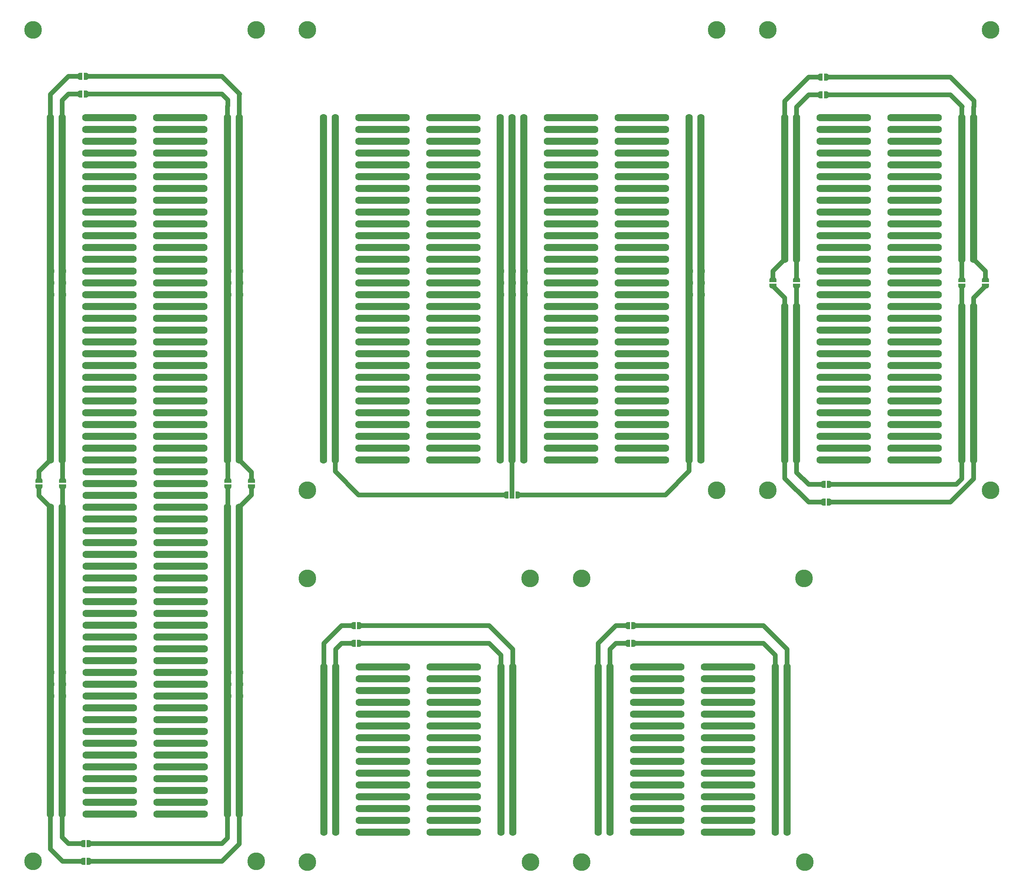
<source format=gtl>
G04 #@! TF.GenerationSoftware,KiCad,Pcbnew,8.0.2*
G04 #@! TF.CreationDate,2024-05-07T14:07:02-06:00*
G04 #@! TF.ProjectId,Perfboard_Panel,50657266-626f-4617-9264-5f50616e656c,rev?*
G04 #@! TF.SameCoordinates,Original*
G04 #@! TF.FileFunction,Copper,L1,Top*
G04 #@! TF.FilePolarity,Positive*
%FSLAX46Y46*%
G04 Gerber Fmt 4.6, Leading zero omitted, Abs format (unit mm)*
G04 Created by KiCad (PCBNEW 8.0.2) date 2024-05-07 14:07:02*
%MOMM*%
%LPD*%
G01*
G04 APERTURE LIST*
G04 Aperture macros list*
%AMFreePoly0*
4,1,19,0.500000,-0.750000,0.000000,-0.750000,0.000000,-0.744911,-0.071157,-0.744911,-0.207708,-0.704816,-0.327430,-0.627875,-0.420627,-0.520320,-0.479746,-0.390866,-0.500000,-0.250000,-0.500000,0.250000,-0.479746,0.390866,-0.420627,0.520320,-0.327430,0.627875,-0.207708,0.704816,-0.071157,0.744911,0.000000,0.744911,0.000000,0.750000,0.500000,0.750000,0.500000,-0.750000,0.500000,-0.750000,
$1*%
%AMFreePoly1*
4,1,19,0.000000,0.744911,0.071157,0.744911,0.207708,0.704816,0.327430,0.627875,0.420627,0.520320,0.479746,0.390866,0.500000,0.250000,0.500000,-0.250000,0.479746,-0.390866,0.420627,-0.520320,0.327430,-0.627875,0.207708,-0.704816,0.071157,-0.744911,0.000000,-0.744911,0.000000,-0.750000,-0.500000,-0.750000,-0.500000,0.750000,0.000000,0.750000,0.000000,0.744911,0.000000,0.744911,
$1*%
%AMFreePoly2*
4,1,19,0.000000,0.744911,0.071157,0.744911,0.207708,0.704816,0.327430,0.627875,0.420627,0.520320,0.479746,0.390866,0.500000,0.250000,0.500000,-0.250000,0.479746,-0.390866,0.420627,-0.520320,0.327430,-0.627875,0.207708,-0.704816,0.071157,-0.744911,0.000000,-0.744911,0.000000,-0.750000,-0.550000,-0.750000,-0.550000,0.750000,0.000000,0.750000,0.000000,0.744911,0.000000,0.744911,
$1*%
%AMFreePoly3*
4,1,19,0.550000,-0.750000,0.000000,-0.750000,0.000000,-0.744911,-0.071157,-0.744911,-0.207708,-0.704816,-0.327430,-0.627875,-0.420627,-0.520320,-0.479746,-0.390866,-0.500000,-0.250000,-0.500000,0.250000,-0.479746,0.390866,-0.420627,0.520320,-0.327430,0.627875,-0.207708,0.704816,-0.071157,0.744911,0.000000,0.744911,0.000000,0.750000,0.550000,0.750000,0.550000,-0.750000,0.550000,-0.750000,
$1*%
G04 Aperture macros list end*
G04 #@! TA.AperFunction,ComponentPad*
%ADD10C,1.600000*%
G04 #@! TD*
G04 #@! TA.AperFunction,SMDPad,CuDef*
%ADD11FreePoly0,0.000000*%
G04 #@! TD*
G04 #@! TA.AperFunction,SMDPad,CuDef*
%ADD12FreePoly1,0.000000*%
G04 #@! TD*
G04 #@! TA.AperFunction,ComponentPad*
%ADD13C,2.600000*%
G04 #@! TD*
G04 #@! TA.AperFunction,ConnectorPad*
%ADD14C,3.800000*%
G04 #@! TD*
G04 #@! TA.AperFunction,SMDPad,CuDef*
%ADD15FreePoly0,90.000000*%
G04 #@! TD*
G04 #@! TA.AperFunction,SMDPad,CuDef*
%ADD16FreePoly1,90.000000*%
G04 #@! TD*
G04 #@! TA.AperFunction,SMDPad,CuDef*
%ADD17FreePoly2,0.000000*%
G04 #@! TD*
G04 #@! TA.AperFunction,SMDPad,CuDef*
%ADD18R,1.000000X1.500000*%
G04 #@! TD*
G04 #@! TA.AperFunction,SMDPad,CuDef*
%ADD19FreePoly3,0.000000*%
G04 #@! TD*
G04 #@! TA.AperFunction,SMDPad,CuDef*
%ADD20FreePoly0,270.000000*%
G04 #@! TD*
G04 #@! TA.AperFunction,SMDPad,CuDef*
%ADD21FreePoly1,270.000000*%
G04 #@! TD*
G04 #@! TA.AperFunction,Conductor*
%ADD22C,1.000000*%
G04 #@! TD*
G04 #@! TA.AperFunction,Conductor*
%ADD23C,1.500000*%
G04 #@! TD*
G04 APERTURE END LIST*
D10*
X107580000Y-105440000D03*
X229700000Y-113040000D03*
X69160000Y-87640000D03*
X140540000Y-118140000D03*
X64140000Y-191780000D03*
X163400000Y-130840000D03*
X64080000Y-133360000D03*
X56460000Y-110500000D03*
X38680000Y-110500000D03*
D11*
X45060000Y-60970000D03*
D12*
X46360000Y-60970000D03*
D10*
X196680000Y-138440000D03*
X97420000Y-105440000D03*
X76780000Y-115580000D03*
X61540000Y-123200000D03*
X112660000Y-82580000D03*
X46300000Y-90180000D03*
X69220000Y-174000000D03*
X176100000Y-128300000D03*
X125480000Y-213440000D03*
X51380000Y-69860000D03*
X211920000Y-102880000D03*
X48840000Y-133360000D03*
X211920000Y-77480000D03*
X71760000Y-168920000D03*
X138180000Y-188040000D03*
X125360000Y-125760000D03*
X48840000Y-138440000D03*
X115320000Y-223600000D03*
X184480000Y-195660000D03*
X76780000Y-219720000D03*
X214460000Y-85100000D03*
X76780000Y-92720000D03*
X112660000Y-120680000D03*
X105040000Y-141000000D03*
X69220000Y-191780000D03*
X135640000Y-198200000D03*
X130440000Y-69880000D03*
X107580000Y-95280000D03*
X234780000Y-87640000D03*
X76780000Y-140980000D03*
X237320000Y-92720000D03*
X76780000Y-135900000D03*
X110120000Y-80040000D03*
X211920000Y-115580000D03*
X127900000Y-107980000D03*
X150700000Y-85120000D03*
X176100000Y-125760000D03*
X66680000Y-161300000D03*
X229700000Y-128280000D03*
X229700000Y-85100000D03*
X168480000Y-141000000D03*
X168480000Y-105440000D03*
X237320000Y-133360000D03*
X76780000Y-156220000D03*
X99960000Y-125760000D03*
X197180000Y-213440000D03*
X229700000Y-90180000D03*
X122820000Y-74960000D03*
X120280000Y-80040000D03*
X66680000Y-207020000D03*
X211920000Y-125740000D03*
X234780000Y-69860000D03*
X224620000Y-107960000D03*
X140540000Y-115600000D03*
X110120000Y-107980000D03*
X110120000Y-69880000D03*
X69160000Y-118120000D03*
X171020000Y-125760000D03*
X176100000Y-90200000D03*
X66680000Y-214640000D03*
X122820000Y-118140000D03*
X237320000Y-135900000D03*
X48900000Y-146060000D03*
X64080000Y-87640000D03*
X125360000Y-120680000D03*
D13*
X193000000Y-51000000D03*
D14*
X193000000Y-51000000D03*
D10*
X66680000Y-186700000D03*
X48840000Y-90180000D03*
X153240000Y-90200000D03*
X237320000Y-90180000D03*
X219540000Y-128280000D03*
X150700000Y-133380000D03*
X174320000Y-190580000D03*
X166700000Y-190580000D03*
X219540000Y-138440000D03*
X71760000Y-148600000D03*
X168480000Y-128300000D03*
X148160000Y-125760000D03*
X156540000Y-198200000D03*
X135640000Y-218520000D03*
X105160000Y-215980000D03*
X64080000Y-120660000D03*
X156540000Y-221060000D03*
X64080000Y-123200000D03*
X150700000Y-141000000D03*
X97420000Y-133380000D03*
X148160000Y-69880000D03*
X71700000Y-105420000D03*
X46300000Y-115580000D03*
X125360000Y-85120000D03*
X165940000Y-87660000D03*
X48840000Y-110500000D03*
X165940000Y-74960000D03*
X138000000Y-100360000D03*
X56520000Y-148600000D03*
X153240000Y-87660000D03*
X184480000Y-210900000D03*
X227160000Y-77480000D03*
X66620000Y-69860000D03*
X189560000Y-203280000D03*
X64080000Y-115580000D03*
X128020000Y-198200000D03*
X145620000Y-90200000D03*
X209380000Y-95260000D03*
X130440000Y-105440000D03*
X115200000Y-135920000D03*
X160860000Y-77500000D03*
X64140000Y-189240000D03*
X229700000Y-110500000D03*
X135460000Y-72420000D03*
X76780000Y-74940000D03*
X165940000Y-130840000D03*
X122820000Y-107980000D03*
X61600000Y-166380000D03*
X171020000Y-97820000D03*
X138180000Y-198200000D03*
X56460000Y-115580000D03*
X61600000Y-176540000D03*
X56520000Y-209560000D03*
X127900000Y-74960000D03*
X69160000Y-140980000D03*
X76780000Y-133360000D03*
X171020000Y-69880000D03*
X69220000Y-201940000D03*
X107580000Y-120680000D03*
X53980000Y-171460000D03*
X189560000Y-193120000D03*
X41220000Y-120660000D03*
X56460000Y-100340000D03*
X204300000Y-77480000D03*
X64140000Y-212100000D03*
X105160000Y-208360000D03*
X155780000Y-118140000D03*
X48900000Y-156220000D03*
X209380000Y-100340000D03*
X196680000Y-128280000D03*
X168480000Y-110520000D03*
X165940000Y-69880000D03*
X53920000Y-110500000D03*
X97420000Y-128300000D03*
X171780000Y-195660000D03*
X211920000Y-123200000D03*
X196680000Y-97800000D03*
X166700000Y-215980000D03*
X97540000Y-218520000D03*
X51440000Y-204480000D03*
X138000000Y-92740000D03*
X53920000Y-100340000D03*
X178640000Y-115600000D03*
X130440000Y-128300000D03*
X61540000Y-107960000D03*
X38740000Y-191780000D03*
X107580000Y-138460000D03*
X163400000Y-102900000D03*
X196680000Y-69860000D03*
X66620000Y-125740000D03*
X135460000Y-143540000D03*
X194640000Y-215980000D03*
X110120000Y-120680000D03*
X100080000Y-188040000D03*
X155780000Y-80040000D03*
X229700000Y-80020000D03*
X160860000Y-110520000D03*
X48900000Y-207020000D03*
X169240000Y-218520000D03*
X71700000Y-95260000D03*
X38680000Y-184160000D03*
X229700000Y-72400000D03*
X107700000Y-198200000D03*
X79320000Y-133360000D03*
X209380000Y-118120000D03*
X181940000Y-195660000D03*
X61540000Y-143520000D03*
X155780000Y-72420000D03*
X206840000Y-120660000D03*
X145620000Y-110520000D03*
X150700000Y-100360000D03*
X224620000Y-92720000D03*
X112780000Y-213440000D03*
X224620000Y-125740000D03*
X97420000Y-113060000D03*
X199220000Y-97800000D03*
X237320000Y-130820000D03*
X105040000Y-138460000D03*
X237320000Y-128280000D03*
X159080000Y-188040000D03*
X105040000Y-80040000D03*
X219540000Y-80020000D03*
X214460000Y-138440000D03*
X211920000Y-74940000D03*
X196680000Y-82560000D03*
X197180000Y-193120000D03*
X56520000Y-212100000D03*
D15*
X239860000Y-106070000D03*
D16*
X239860000Y-104770000D03*
D10*
X214460000Y-90180000D03*
X153240000Y-92740000D03*
X165940000Y-113060000D03*
X112780000Y-195660000D03*
X51440000Y-146060000D03*
X237320000Y-69860000D03*
X53980000Y-146060000D03*
X120280000Y-107980000D03*
X176100000Y-92740000D03*
X61540000Y-105420000D03*
X64080000Y-143520000D03*
X130560000Y-208360000D03*
X206840000Y-123200000D03*
X196680000Y-87640000D03*
X125360000Y-87660000D03*
X112660000Y-141000000D03*
X38680000Y-80020000D03*
X166700000Y-213440000D03*
X41220000Y-133360000D03*
X69220000Y-171460000D03*
X138000000Y-87660000D03*
X153240000Y-118140000D03*
X51440000Y-184160000D03*
X138000000Y-138460000D03*
X153240000Y-130840000D03*
X100080000Y-200740000D03*
X187020000Y-193120000D03*
X204300000Y-90180000D03*
X120280000Y-113060000D03*
X163400000Y-74960000D03*
X214460000Y-95260000D03*
X160860000Y-80040000D03*
X148160000Y-107980000D03*
X66620000Y-80020000D03*
X107580000Y-128300000D03*
X122820000Y-72420000D03*
X174320000Y-208360000D03*
X234780000Y-80020000D03*
X168480000Y-143540000D03*
X209380000Y-130820000D03*
X38680000Y-82560000D03*
D13*
X94000000Y-169000000D03*
D14*
X94000000Y-169000000D03*
D10*
X214460000Y-135900000D03*
X110240000Y-218520000D03*
X128020000Y-210900000D03*
X153240000Y-97820000D03*
X163400000Y-105440000D03*
X163400000Y-100360000D03*
X196680000Y-72400000D03*
D11*
X103860000Y-182960000D03*
D12*
X105160000Y-182960000D03*
D10*
X76780000Y-181620000D03*
X219540000Y-95260000D03*
X100080000Y-195660000D03*
X184480000Y-221060000D03*
X110120000Y-95280000D03*
X112660000Y-85120000D03*
X224620000Y-97800000D03*
X61540000Y-125740000D03*
X214460000Y-110500000D03*
X56460000Y-77480000D03*
X169240000Y-198200000D03*
X53920000Y-128280000D03*
X138180000Y-215980000D03*
X79320000Y-115580000D03*
X211920000Y-100340000D03*
X159080000Y-205820000D03*
X79320000Y-92720000D03*
X48900000Y-171460000D03*
X165940000Y-97820000D03*
X125480000Y-210900000D03*
X112780000Y-205820000D03*
X105160000Y-193120000D03*
X51380000Y-107960000D03*
X112660000Y-97820000D03*
X56460000Y-69860000D03*
X56460000Y-74940000D03*
X51380000Y-143520000D03*
X46300000Y-72400000D03*
D13*
X94000000Y-230000000D03*
D14*
X94000000Y-230000000D03*
D10*
X56520000Y-146060000D03*
X206840000Y-110500000D03*
X112660000Y-107980000D03*
X46300000Y-133360000D03*
X51440000Y-194320000D03*
X127900000Y-105440000D03*
X153240000Y-123220000D03*
X166700000Y-208360000D03*
X46300000Y-110500000D03*
X99960000Y-92740000D03*
X115200000Y-130840000D03*
X224620000Y-100340000D03*
X179400000Y-188040000D03*
X64080000Y-102880000D03*
X120400000Y-205820000D03*
X97540000Y-210900000D03*
X51380000Y-74940000D03*
X206840000Y-135900000D03*
X112660000Y-135920000D03*
X122940000Y-193120000D03*
X169240000Y-188040000D03*
X150700000Y-135920000D03*
X69220000Y-166380000D03*
X204300000Y-143520000D03*
X99960000Y-133380000D03*
X99960000Y-120680000D03*
X41220000Y-168920000D03*
X204300000Y-72400000D03*
X38680000Y-97800000D03*
X229700000Y-77480000D03*
X38680000Y-87640000D03*
X56520000Y-166380000D03*
X125480000Y-200740000D03*
X53920000Y-69860000D03*
X41280000Y-105420000D03*
X120400000Y-190580000D03*
X105160000Y-190580000D03*
X179400000Y-223600000D03*
X61600000Y-148600000D03*
X122820000Y-87660000D03*
X229700000Y-102880000D03*
X184480000Y-218520000D03*
X41280000Y-194320000D03*
X130440000Y-97820000D03*
X229700000Y-105420000D03*
X135640000Y-210900000D03*
X127900000Y-69880000D03*
X105160000Y-200740000D03*
X48900000Y-191780000D03*
X48900000Y-153680000D03*
X41220000Y-201940000D03*
X122940000Y-221060000D03*
X66620000Y-113040000D03*
X97420000Y-118140000D03*
X214460000Y-80020000D03*
X115320000Y-198200000D03*
X199220000Y-135900000D03*
X164160000Y-210900000D03*
X145620000Y-87660000D03*
X99960000Y-90200000D03*
X181940000Y-221060000D03*
X171780000Y-190580000D03*
X110240000Y-215980000D03*
X153240000Y-115600000D03*
X199220000Y-118120000D03*
X112780000Y-198200000D03*
X194640000Y-210900000D03*
X199220000Y-77480000D03*
X130440000Y-100360000D03*
X130440000Y-113060000D03*
X56520000Y-196860000D03*
X105160000Y-210900000D03*
X110120000Y-113060000D03*
X53980000Y-209560000D03*
X64080000Y-130820000D03*
X69220000Y-156220000D03*
X237320000Y-82560000D03*
X159080000Y-218520000D03*
X66620000Y-85100000D03*
X197180000Y-218520000D03*
D13*
X83000000Y-229880000D03*
D14*
X83000000Y-229880000D03*
D10*
X105040000Y-113060000D03*
X156540000Y-188040000D03*
X115200000Y-97820000D03*
X41220000Y-113040000D03*
X71700000Y-72400000D03*
X125480000Y-218520000D03*
X229700000Y-130820000D03*
X61600000Y-184160000D03*
X64140000Y-168920000D03*
X153240000Y-110520000D03*
X125480000Y-203280000D03*
X237320000Y-118120000D03*
X209380000Y-102880000D03*
X227160000Y-120660000D03*
X214460000Y-102880000D03*
X194640000Y-213440000D03*
X138060000Y-105440000D03*
X211920000Y-85100000D03*
X97420000Y-123220000D03*
X165940000Y-138460000D03*
X110120000Y-133380000D03*
X148160000Y-105440000D03*
X125480000Y-195660000D03*
X171780000Y-221060000D03*
X51440000Y-161300000D03*
X53980000Y-151140000D03*
X76780000Y-209560000D03*
X64140000Y-214640000D03*
X99960000Y-72420000D03*
X222080000Y-82560000D03*
X53980000Y-163840000D03*
X38680000Y-92720000D03*
X181940000Y-215980000D03*
X41220000Y-74940000D03*
X56460000Y-72400000D03*
X219540000Y-77480000D03*
X46360000Y-196860000D03*
X153240000Y-143540000D03*
X51380000Y-85100000D03*
X187020000Y-215980000D03*
D14*
X182000000Y-51000000D03*
D13*
X182000000Y-51000000D03*
D10*
X227160000Y-135900000D03*
X178640000Y-118140000D03*
X38680000Y-130820000D03*
X181940000Y-208360000D03*
X197180000Y-205820000D03*
X168480000Y-87660000D03*
X71760000Y-171460000D03*
X79320000Y-87640000D03*
X53920000Y-82560000D03*
X105040000Y-90200000D03*
X168480000Y-120680000D03*
X69160000Y-72400000D03*
D13*
X193000000Y-150000000D03*
D14*
X193000000Y-150000000D03*
D10*
X127900000Y-77500000D03*
X176100000Y-69880000D03*
X145620000Y-107980000D03*
X66620000Y-77480000D03*
X79380000Y-189240000D03*
X214460000Y-115580000D03*
X71760000Y-176540000D03*
X48840000Y-82560000D03*
X56520000Y-156220000D03*
X127900000Y-87660000D03*
X160860000Y-107980000D03*
X128020000Y-208360000D03*
X79380000Y-194320000D03*
X38680000Y-168920000D03*
X41220000Y-143520000D03*
X227160000Y-123200000D03*
X160860000Y-133380000D03*
X38680000Y-204480000D03*
X150700000Y-102900000D03*
X168480000Y-80040000D03*
X169240000Y-200740000D03*
X222080000Y-135900000D03*
X224620000Y-110500000D03*
X150700000Y-113060000D03*
X61540000Y-133360000D03*
X76780000Y-163840000D03*
X51380000Y-135900000D03*
X107700000Y-195660000D03*
X41220000Y-166380000D03*
X166700000Y-223600000D03*
X61540000Y-77480000D03*
X112780000Y-188040000D03*
X176100000Y-74960000D03*
X227160000Y-102880000D03*
X234780000Y-140980000D03*
X130560000Y-200740000D03*
X71700000Y-69860000D03*
X41220000Y-171460000D03*
X115200000Y-110520000D03*
X153240000Y-72420000D03*
X48840000Y-130820000D03*
X41220000Y-85100000D03*
X120280000Y-110520000D03*
X48900000Y-176540000D03*
X209380000Y-80020000D03*
X178700000Y-102900000D03*
X56460000Y-113040000D03*
X140540000Y-97820000D03*
X127900000Y-135920000D03*
X150700000Y-69880000D03*
X71760000Y-196860000D03*
D11*
X204320000Y-61150000D03*
D12*
X205620000Y-61150000D03*
D10*
X135460000Y-97820000D03*
X53920000Y-80020000D03*
X148160000Y-141000000D03*
X53980000Y-179080000D03*
X38680000Y-199400000D03*
X199220000Y-80020000D03*
X140600000Y-105440000D03*
X76840000Y-194320000D03*
X155780000Y-128300000D03*
X156540000Y-190580000D03*
X204300000Y-110500000D03*
X179400000Y-208360000D03*
X76780000Y-158760000D03*
X46300000Y-140980000D03*
X97540000Y-200740000D03*
X153240000Y-80040000D03*
X79320000Y-174000000D03*
X209380000Y-123200000D03*
X199220000Y-138440000D03*
X160860000Y-128300000D03*
X204300000Y-69860000D03*
X155780000Y-69880000D03*
X209380000Y-87640000D03*
X174320000Y-210900000D03*
X140540000Y-87660000D03*
D11*
X103860000Y-179150000D03*
D12*
X105160000Y-179150000D03*
D10*
X214460000Y-82560000D03*
X76780000Y-85100000D03*
X105040000Y-143540000D03*
X204300000Y-140980000D03*
X100080000Y-215980000D03*
X135460000Y-69880000D03*
X194640000Y-188040000D03*
X127900000Y-130840000D03*
X71760000Y-219720000D03*
X41220000Y-196860000D03*
X153240000Y-105440000D03*
X224620000Y-143520000D03*
X125360000Y-74960000D03*
X46300000Y-87640000D03*
X211920000Y-95260000D03*
X176100000Y-110520000D03*
X79320000Y-95260000D03*
X79320000Y-74940000D03*
X46360000Y-171460000D03*
X130440000Y-102900000D03*
X168480000Y-72420000D03*
X237320000Y-138440000D03*
X155780000Y-133380000D03*
X166700000Y-205820000D03*
X196680000Y-123200000D03*
X168480000Y-130840000D03*
X71700000Y-130820000D03*
X107580000Y-69880000D03*
X56520000Y-219720000D03*
X110120000Y-110520000D03*
X163400000Y-107980000D03*
X107700000Y-188040000D03*
X120280000Y-125760000D03*
X61600000Y-161300000D03*
X145620000Y-85120000D03*
X125360000Y-100360000D03*
X76780000Y-110500000D03*
X46360000Y-161300000D03*
X138000000Y-110520000D03*
X222080000Y-105420000D03*
X125360000Y-77500000D03*
X79380000Y-102880000D03*
X112660000Y-102900000D03*
X206840000Y-133360000D03*
X165940000Y-80040000D03*
X69220000Y-176540000D03*
X130440000Y-85120000D03*
X229700000Y-100340000D03*
X209380000Y-110500000D03*
X105040000Y-100360000D03*
X56520000Y-158760000D03*
X155780000Y-115600000D03*
X112660000Y-77500000D03*
X53980000Y-158760000D03*
X135640000Y-221060000D03*
X97540000Y-215980000D03*
X41220000Y-123200000D03*
X107580000Y-125760000D03*
X110120000Y-143540000D03*
X107700000Y-205820000D03*
X234780000Y-135900000D03*
X69160000Y-110500000D03*
X222080000Y-110500000D03*
X138180000Y-221060000D03*
X46360000Y-191780000D03*
X38680000Y-95260000D03*
X115200000Y-141000000D03*
X148160000Y-130840000D03*
X168480000Y-69880000D03*
X138180000Y-193120000D03*
X48840000Y-113040000D03*
X71700000Y-113040000D03*
X127900000Y-110520000D03*
X155780000Y-74960000D03*
D15*
X199220000Y-106070000D03*
D16*
X199220000Y-104770000D03*
D13*
X142000000Y-230000000D03*
D14*
X142000000Y-230000000D03*
D10*
X66680000Y-158760000D03*
X234780000Y-120660000D03*
X148160000Y-90200000D03*
X145620000Y-69880000D03*
X46300000Y-95260000D03*
X171780000Y-198200000D03*
X71760000Y-217180000D03*
X211920000Y-87640000D03*
X51380000Y-125740000D03*
X135520000Y-107980000D03*
X148160000Y-143540000D03*
X38680000Y-163840000D03*
X234780000Y-118120000D03*
X159080000Y-203280000D03*
X48840000Y-120660000D03*
X156540000Y-215980000D03*
X64080000Y-140980000D03*
X99960000Y-102900000D03*
X120280000Y-123220000D03*
X51380000Y-123200000D03*
X115200000Y-113060000D03*
X160860000Y-143540000D03*
X150700000Y-130840000D03*
X128020000Y-205820000D03*
X181940000Y-205820000D03*
X237320000Y-97800000D03*
X97540000Y-190580000D03*
X155780000Y-123220000D03*
X227160000Y-69860000D03*
X110120000Y-141000000D03*
X51380000Y-115580000D03*
X122820000Y-82580000D03*
X120280000Y-115600000D03*
X61600000Y-181620000D03*
X229700000Y-125740000D03*
X110240000Y-200740000D03*
X64140000Y-176540000D03*
X178640000Y-90200000D03*
X41220000Y-90180000D03*
X194640000Y-223600000D03*
X135460000Y-92740000D03*
X153240000Y-120680000D03*
X155780000Y-130840000D03*
X97540000Y-195660000D03*
X222080000Y-107960000D03*
X53920000Y-135900000D03*
X163400000Y-80040000D03*
X237320000Y-113040000D03*
X178640000Y-113060000D03*
X187020000Y-208360000D03*
X51380000Y-77480000D03*
X48900000Y-199400000D03*
X127900000Y-80040000D03*
X176100000Y-133380000D03*
X138180000Y-190580000D03*
X171020000Y-72420000D03*
X61600000Y-191780000D03*
X234780000Y-115580000D03*
X197180000Y-190580000D03*
X48840000Y-80020000D03*
X56520000Y-214640000D03*
X38740000Y-107960000D03*
X99960000Y-95280000D03*
X48840000Y-105420000D03*
X127900000Y-82580000D03*
X38680000Y-153680000D03*
X194640000Y-198200000D03*
X56520000Y-171460000D03*
X199220000Y-110500000D03*
X169240000Y-208360000D03*
X38680000Y-138440000D03*
X97420000Y-120680000D03*
X125360000Y-69880000D03*
X112660000Y-143540000D03*
X199220000Y-72400000D03*
X110240000Y-208360000D03*
X61600000Y-151140000D03*
X53920000Y-120660000D03*
X130440000Y-115600000D03*
X155780000Y-107980000D03*
X112780000Y-200740000D03*
X79320000Y-209560000D03*
X150700000Y-80040000D03*
X38680000Y-186700000D03*
X107580000Y-115600000D03*
X41220000Y-130820000D03*
X125360000Y-113060000D03*
X71760000Y-153680000D03*
X168480000Y-77500000D03*
X41220000Y-128280000D03*
X229700000Y-69860000D03*
X125360000Y-105440000D03*
X79320000Y-110500000D03*
X127900000Y-100360000D03*
X199220000Y-92720000D03*
X79320000Y-214640000D03*
X204300000Y-100340000D03*
X41220000Y-100340000D03*
X61600000Y-163840000D03*
X38740000Y-189240000D03*
X199220000Y-82560000D03*
X168480000Y-125760000D03*
X237320000Y-74940000D03*
X189560000Y-190580000D03*
X178640000Y-143540000D03*
X115320000Y-208360000D03*
X214460000Y-97800000D03*
X61600000Y-196860000D03*
X100080000Y-213440000D03*
X120280000Y-133380000D03*
X115320000Y-205820000D03*
X122940000Y-213440000D03*
X128020000Y-218520000D03*
X227160000Y-87640000D03*
X138000000Y-128300000D03*
X156540000Y-195660000D03*
X135640000Y-193120000D03*
X204300000Y-128280000D03*
X48840000Y-74940000D03*
X38680000Y-90180000D03*
X53920000Y-77480000D03*
X227160000Y-128280000D03*
X110240000Y-190580000D03*
X169240000Y-193120000D03*
X168480000Y-135920000D03*
X219540000Y-110500000D03*
X178640000Y-110520000D03*
X125360000Y-138460000D03*
X48900000Y-186700000D03*
X64080000Y-82560000D03*
X105160000Y-205820000D03*
X97420000Y-115600000D03*
X125360000Y-130840000D03*
X187020000Y-205820000D03*
X171020000Y-135920000D03*
X71760000Y-181620000D03*
D11*
X45710000Y-226070000D03*
D12*
X47010000Y-226070000D03*
D10*
X79320000Y-90180000D03*
X76780000Y-130820000D03*
X148160000Y-133380000D03*
X125360000Y-133380000D03*
X138180000Y-200740000D03*
X148160000Y-110520000D03*
X97420000Y-80040000D03*
X214460000Y-123200000D03*
X76840000Y-102880000D03*
X155780000Y-100360000D03*
X176100000Y-143540000D03*
X79320000Y-217180000D03*
X122820000Y-141000000D03*
X168480000Y-113060000D03*
X120280000Y-143540000D03*
X38680000Y-196860000D03*
X56520000Y-181620000D03*
X120400000Y-193120000D03*
X122820000Y-115600000D03*
X237320000Y-143520000D03*
X110120000Y-74960000D03*
X150700000Y-138460000D03*
X150700000Y-72420000D03*
X145620000Y-125760000D03*
X69220000Y-207020000D03*
X110120000Y-138460000D03*
X196680000Y-80020000D03*
X71700000Y-97800000D03*
X234780000Y-85100000D03*
X115320000Y-218520000D03*
X135460000Y-85120000D03*
X178640000Y-135920000D03*
D15*
X194140000Y-106070000D03*
D16*
X194140000Y-104770000D03*
D10*
X115320000Y-193120000D03*
X122820000Y-133380000D03*
X69160000Y-128280000D03*
X150700000Y-143540000D03*
X135520000Y-105440000D03*
X155780000Y-135920000D03*
X125480000Y-205820000D03*
X127900000Y-138460000D03*
X48900000Y-214640000D03*
D17*
X139300000Y-151000000D03*
D18*
X138000000Y-151000000D03*
D19*
X136700000Y-151000000D03*
D10*
X76840000Y-191780000D03*
X194640000Y-195660000D03*
X79320000Y-85100000D03*
X222080000Y-102880000D03*
X53980000Y-199400000D03*
X56520000Y-199400000D03*
X153240000Y-102900000D03*
X229700000Y-135900000D03*
X171780000Y-205820000D03*
X69220000Y-217180000D03*
X160860000Y-105440000D03*
X115200000Y-80040000D03*
X64080000Y-95260000D03*
X160860000Y-118140000D03*
X166700000Y-203280000D03*
X53920000Y-92720000D03*
X64140000Y-184160000D03*
X120280000Y-100360000D03*
X181940000Y-203280000D03*
X171020000Y-128300000D03*
X165940000Y-120680000D03*
X115200000Y-72420000D03*
X115200000Y-143540000D03*
X224620000Y-77480000D03*
X120280000Y-82580000D03*
X61600000Y-219720000D03*
X138000000Y-133380000D03*
X41220000Y-135900000D03*
X76780000Y-80020000D03*
X130440000Y-74960000D03*
X206840000Y-115580000D03*
X64080000Y-118120000D03*
X38680000Y-143520000D03*
X115200000Y-133380000D03*
X189560000Y-188040000D03*
X150700000Y-90200000D03*
X115200000Y-118140000D03*
X160860000Y-85120000D03*
X219540000Y-118120000D03*
D15*
X234780000Y-106070000D03*
D16*
X234780000Y-104770000D03*
D10*
X105040000Y-72420000D03*
X130560000Y-188040000D03*
X211920000Y-107960000D03*
X174320000Y-218520000D03*
X163400000Y-135920000D03*
X61600000Y-204480000D03*
X179400000Y-210900000D03*
X199220000Y-133360000D03*
X237320000Y-95260000D03*
X122820000Y-135920000D03*
X150700000Y-105440000D03*
D11*
X45710000Y-229880000D03*
D12*
X47010000Y-229880000D03*
D10*
X115200000Y-138460000D03*
X38680000Y-118120000D03*
X176160000Y-102900000D03*
X97420000Y-135920000D03*
X179400000Y-218520000D03*
X234780000Y-125740000D03*
X79320000Y-207020000D03*
X178640000Y-92740000D03*
X120280000Y-118140000D03*
X178640000Y-130840000D03*
X206840000Y-113040000D03*
X219540000Y-97800000D03*
X145620000Y-77500000D03*
X135460000Y-141000000D03*
X234780000Y-77480000D03*
X71700000Y-87640000D03*
X76780000Y-161300000D03*
X46360000Y-168920000D03*
X138180000Y-203280000D03*
X171020000Y-82580000D03*
X130560000Y-210900000D03*
X122940000Y-195660000D03*
X178640000Y-133380000D03*
X38680000Y-158760000D03*
X107700000Y-218520000D03*
X181940000Y-223600000D03*
X76780000Y-184160000D03*
X214460000Y-87640000D03*
X197180000Y-195660000D03*
X196680000Y-77480000D03*
X99960000Y-77500000D03*
X171780000Y-188040000D03*
X227160000Y-110500000D03*
X61540000Y-100340000D03*
X150700000Y-115600000D03*
X214460000Y-143520000D03*
X66620000Y-128280000D03*
X76840000Y-189240000D03*
X46360000Y-199400000D03*
X153240000Y-77500000D03*
X112660000Y-125760000D03*
X130560000Y-195660000D03*
X189560000Y-200740000D03*
X199220000Y-130820000D03*
X160860000Y-125760000D03*
X176160000Y-105440000D03*
X171020000Y-100360000D03*
X130440000Y-80040000D03*
X41220000Y-219720000D03*
X64140000Y-219720000D03*
X107700000Y-223600000D03*
X79320000Y-176540000D03*
X209380000Y-125740000D03*
X194640000Y-203280000D03*
X79320000Y-80020000D03*
X138000000Y-118140000D03*
X194640000Y-218520000D03*
X66680000Y-176540000D03*
X176160000Y-107980000D03*
X112660000Y-90200000D03*
X64080000Y-107960000D03*
X41220000Y-199400000D03*
X99960000Y-135920000D03*
X140540000Y-80040000D03*
X196680000Y-110500000D03*
X115200000Y-85120000D03*
X227160000Y-82560000D03*
X51380000Y-72400000D03*
X148160000Y-118140000D03*
X66680000Y-171460000D03*
X148160000Y-82580000D03*
X140540000Y-128300000D03*
X64140000Y-181620000D03*
X56520000Y-153680000D03*
X76780000Y-120660000D03*
X165940000Y-72420000D03*
X105040000Y-74960000D03*
X211920000Y-133360000D03*
X196680000Y-143520000D03*
X110240000Y-195660000D03*
X112660000Y-95280000D03*
X196680000Y-90180000D03*
X219540000Y-135900000D03*
X38680000Y-133360000D03*
X100080000Y-210900000D03*
X229700000Y-143520000D03*
X41220000Y-217180000D03*
X155780000Y-110520000D03*
X71700000Y-82560000D03*
X178640000Y-141000000D03*
X214460000Y-77480000D03*
X214460000Y-74940000D03*
X206840000Y-87640000D03*
X135460000Y-87660000D03*
X227160000Y-72400000D03*
X79320000Y-72400000D03*
X66680000Y-189240000D03*
X120280000Y-77500000D03*
X130440000Y-123220000D03*
X64080000Y-74940000D03*
X153240000Y-69880000D03*
X166700000Y-198200000D03*
X125480000Y-215980000D03*
X224620000Y-133360000D03*
X110240000Y-210900000D03*
X145620000Y-113060000D03*
X187020000Y-218520000D03*
X66620000Y-92720000D03*
X127900000Y-85120000D03*
X214460000Y-107960000D03*
X71700000Y-102880000D03*
X166700000Y-195660000D03*
X165940000Y-128300000D03*
X46300000Y-77480000D03*
X204300000Y-105420000D03*
X206840000Y-130820000D03*
X159080000Y-190580000D03*
X135460000Y-115600000D03*
X211920000Y-92720000D03*
X130440000Y-141000000D03*
X127900000Y-141000000D03*
X69160000Y-85100000D03*
X234780000Y-95260000D03*
X69160000Y-125740000D03*
X38680000Y-212100000D03*
X69160000Y-80020000D03*
X196680000Y-133360000D03*
X105160000Y-195660000D03*
X138180000Y-210900000D03*
X76780000Y-123200000D03*
X174320000Y-188040000D03*
X71700000Y-135900000D03*
X206840000Y-69860000D03*
X181940000Y-210900000D03*
X61600000Y-217180000D03*
X229700000Y-138440000D03*
X204300000Y-118120000D03*
X197180000Y-210900000D03*
X110120000Y-135920000D03*
X105040000Y-120680000D03*
X105040000Y-123220000D03*
X130440000Y-107980000D03*
X222080000Y-77480000D03*
X153240000Y-128300000D03*
X148160000Y-128300000D03*
X219540000Y-87640000D03*
X56520000Y-176540000D03*
X176100000Y-113060000D03*
X171020000Y-92740000D03*
X140540000Y-74960000D03*
X176100000Y-87660000D03*
X46300000Y-125740000D03*
X179400000Y-198200000D03*
X56460000Y-87640000D03*
X105040000Y-105440000D03*
X69220000Y-196860000D03*
X99960000Y-138460000D03*
X79320000Y-168920000D03*
X187020000Y-223600000D03*
X171020000Y-110520000D03*
X196680000Y-113040000D03*
X56460000Y-102880000D03*
X38680000Y-85100000D03*
X138000000Y-135920000D03*
X135640000Y-208360000D03*
X222080000Y-85100000D03*
X61540000Y-102880000D03*
X97420000Y-77500000D03*
X79380000Y-107960000D03*
X163400000Y-72420000D03*
D11*
X162860000Y-179150000D03*
D12*
X164160000Y-179150000D03*
D10*
X135460000Y-120680000D03*
X53980000Y-148600000D03*
X53920000Y-140980000D03*
X171780000Y-213440000D03*
X165940000Y-77500000D03*
X130440000Y-138460000D03*
X46360000Y-186700000D03*
X209380000Y-113040000D03*
X224620000Y-87640000D03*
X168480000Y-115600000D03*
X56520000Y-186700000D03*
X148160000Y-120680000D03*
X48900000Y-219720000D03*
X138000000Y-97820000D03*
X165940000Y-90200000D03*
X76780000Y-171460000D03*
X178640000Y-80040000D03*
X219540000Y-69860000D03*
X165940000Y-92740000D03*
X115200000Y-87660000D03*
X110120000Y-87660000D03*
X71700000Y-128280000D03*
X174320000Y-195660000D03*
X171020000Y-105440000D03*
X69160000Y-92720000D03*
X122820000Y-125760000D03*
X61540000Y-110500000D03*
X53980000Y-156220000D03*
X64140000Y-209560000D03*
X110120000Y-97820000D03*
X222080000Y-97800000D03*
X165940000Y-82580000D03*
X46360000Y-156220000D03*
X115200000Y-105440000D03*
X115200000Y-92740000D03*
X38680000Y-214640000D03*
X76780000Y-95260000D03*
X48840000Y-140980000D03*
X53920000Y-125740000D03*
X145620000Y-123220000D03*
X66620000Y-107960000D03*
X148160000Y-95280000D03*
X163400000Y-128300000D03*
X159080000Y-198200000D03*
X107580000Y-74960000D03*
X156540000Y-193120000D03*
X130440000Y-82580000D03*
X209380000Y-82560000D03*
X105160000Y-223600000D03*
X110120000Y-85120000D03*
X51380000Y-102880000D03*
X178700000Y-105440000D03*
X51380000Y-113040000D03*
X197180000Y-200740000D03*
X187020000Y-198200000D03*
X234780000Y-130820000D03*
X61600000Y-189240000D03*
X69220000Y-163840000D03*
X148160000Y-77500000D03*
X99960000Y-128300000D03*
X159080000Y-193120000D03*
X138000000Y-141000000D03*
X53920000Y-90180000D03*
X127900000Y-90200000D03*
X48900000Y-217180000D03*
X41220000Y-97800000D03*
X153240000Y-85120000D03*
X66680000Y-217180000D03*
X105040000Y-130840000D03*
X130440000Y-90200000D03*
X66680000Y-184160000D03*
X100080000Y-208360000D03*
X41280000Y-191780000D03*
X138000000Y-95280000D03*
X48900000Y-158760000D03*
X211920000Y-69860000D03*
X79320000Y-153680000D03*
X179400000Y-190580000D03*
X130560000Y-190580000D03*
X224620000Y-72400000D03*
X38680000Y-77480000D03*
X234780000Y-90180000D03*
X79320000Y-128280000D03*
X160860000Y-102900000D03*
X135640000Y-203280000D03*
X155780000Y-85120000D03*
X112780000Y-203280000D03*
X56460000Y-133360000D03*
X156540000Y-205820000D03*
X112660000Y-87660000D03*
X53920000Y-133360000D03*
X171020000Y-118140000D03*
X189560000Y-221060000D03*
X178640000Y-125760000D03*
X64140000Y-146060000D03*
X64140000Y-196860000D03*
X76780000Y-204480000D03*
X53980000Y-217180000D03*
X76780000Y-217180000D03*
X211920000Y-72400000D03*
X76780000Y-82560000D03*
X41220000Y-214640000D03*
X163400000Y-143540000D03*
X100080000Y-203280000D03*
X56460000Y-90180000D03*
X211920000Y-80020000D03*
X135460000Y-82580000D03*
X171780000Y-208360000D03*
X115320000Y-188040000D03*
X214460000Y-105420000D03*
X171020000Y-123220000D03*
X128020000Y-215980000D03*
D13*
X241000000Y-150000000D03*
D14*
X241000000Y-150000000D03*
D10*
X69160000Y-97800000D03*
X219540000Y-130820000D03*
X130560000Y-198200000D03*
X69160000Y-113040000D03*
X51440000Y-176540000D03*
X135460000Y-135920000D03*
X115320000Y-215980000D03*
X196680000Y-140980000D03*
X222080000Y-143520000D03*
X165940000Y-133380000D03*
X56520000Y-179080000D03*
X56520000Y-207020000D03*
X219540000Y-125740000D03*
X69160000Y-135900000D03*
X110240000Y-193120000D03*
D15*
X41280000Y-149250000D03*
D16*
X41280000Y-147950000D03*
D10*
X122820000Y-120680000D03*
X178640000Y-82580000D03*
X153240000Y-133380000D03*
X130440000Y-133380000D03*
X79320000Y-123200000D03*
X153240000Y-125760000D03*
X163400000Y-85120000D03*
X51380000Y-105420000D03*
X120400000Y-198200000D03*
X168480000Y-92740000D03*
X51380000Y-100340000D03*
X155780000Y-143540000D03*
X127900000Y-95280000D03*
X71700000Y-125740000D03*
X125360000Y-92740000D03*
X100080000Y-205820000D03*
X145620000Y-105440000D03*
X38680000Y-166380000D03*
X227160000Y-140980000D03*
X168480000Y-123220000D03*
X138000000Y-143540000D03*
X122820000Y-97820000D03*
X120280000Y-69880000D03*
X130560000Y-221060000D03*
X159080000Y-215980000D03*
X224620000Y-69860000D03*
X61600000Y-168920000D03*
X66620000Y-95260000D03*
X222080000Y-100340000D03*
X112660000Y-123220000D03*
X69160000Y-74940000D03*
X112780000Y-221060000D03*
X130440000Y-92740000D03*
X97540000Y-193120000D03*
X127900000Y-102900000D03*
X66620000Y-82560000D03*
X234780000Y-82560000D03*
X110120000Y-123220000D03*
X53920000Y-123200000D03*
X79320000Y-69860000D03*
X229700000Y-95260000D03*
X184480000Y-208360000D03*
X71700000Y-120660000D03*
X41280000Y-102880000D03*
X69160000Y-82560000D03*
X163400000Y-123220000D03*
X148160000Y-135920000D03*
X148160000Y-102900000D03*
X71760000Y-201940000D03*
D11*
X204970000Y-152590000D03*
D12*
X206270000Y-152590000D03*
D10*
X79320000Y-82560000D03*
X79320000Y-199400000D03*
X214460000Y-133360000D03*
X209380000Y-85100000D03*
X234780000Y-97800000D03*
X153240000Y-74960000D03*
X127900000Y-115600000D03*
X148160000Y-97820000D03*
X171020000Y-130840000D03*
X227160000Y-113040000D03*
X209380000Y-140980000D03*
X125360000Y-80040000D03*
X105040000Y-85120000D03*
X76780000Y-138440000D03*
X97420000Y-141000000D03*
X79320000Y-77480000D03*
X211920000Y-118120000D03*
X219540000Y-140980000D03*
X100080000Y-190580000D03*
X61540000Y-97800000D03*
X38680000Y-219720000D03*
X105160000Y-213440000D03*
X112780000Y-218520000D03*
X51440000Y-163840000D03*
X179400000Y-200740000D03*
X46360000Y-148600000D03*
X179400000Y-205820000D03*
X46360000Y-153680000D03*
X66680000Y-219720000D03*
X222080000Y-95260000D03*
X219540000Y-115580000D03*
X199220000Y-95260000D03*
X127900000Y-125760000D03*
X97420000Y-97820000D03*
X204300000Y-113040000D03*
X112660000Y-110520000D03*
X64080000Y-138440000D03*
X53980000Y-166380000D03*
X48840000Y-72400000D03*
X48900000Y-166380000D03*
X135640000Y-215980000D03*
X61600000Y-212100000D03*
X181940000Y-213440000D03*
X187020000Y-203280000D03*
X115320000Y-213440000D03*
X99960000Y-100360000D03*
X120400000Y-200740000D03*
X56520000Y-151140000D03*
X38680000Y-69860000D03*
X69220000Y-146060000D03*
X122940000Y-188040000D03*
X61540000Y-90180000D03*
X64140000Y-156220000D03*
X138000000Y-123220000D03*
X105040000Y-115600000D03*
X169240000Y-205820000D03*
X224620000Y-82560000D03*
X51440000Y-171460000D03*
X76840000Y-107960000D03*
X176100000Y-77500000D03*
X112660000Y-92740000D03*
X128020000Y-213440000D03*
X138000000Y-69880000D03*
X64140000Y-158760000D03*
X227160000Y-95260000D03*
X189560000Y-210900000D03*
X140540000Y-110520000D03*
X41220000Y-153680000D03*
X69220000Y-151140000D03*
X66620000Y-123200000D03*
X184480000Y-190580000D03*
X53980000Y-219720000D03*
X76780000Y-179080000D03*
X69160000Y-123200000D03*
X163400000Y-97820000D03*
X38740000Y-194320000D03*
X224620000Y-102880000D03*
X174320000Y-198200000D03*
X69220000Y-212100000D03*
X71760000Y-204480000D03*
X150700000Y-107980000D03*
X51440000Y-156220000D03*
X64140000Y-161300000D03*
X140540000Y-143540000D03*
X112780000Y-210900000D03*
X71700000Y-140980000D03*
X97420000Y-90200000D03*
X38680000Y-74940000D03*
X97540000Y-205820000D03*
X76780000Y-186700000D03*
X130560000Y-203280000D03*
X110120000Y-115600000D03*
X229700000Y-87640000D03*
X41220000Y-118120000D03*
X159080000Y-210900000D03*
X112660000Y-69880000D03*
X122820000Y-130840000D03*
X184480000Y-203280000D03*
X176100000Y-123220000D03*
X189560000Y-195660000D03*
X135460000Y-80040000D03*
X46360000Y-176540000D03*
X145620000Y-80040000D03*
X164160000Y-198200000D03*
X71700000Y-143520000D03*
X138000000Y-115600000D03*
X206840000Y-95260000D03*
X66680000Y-153680000D03*
X164160000Y-208360000D03*
X76780000Y-176540000D03*
X176100000Y-120680000D03*
X46360000Y-174000000D03*
X153240000Y-138460000D03*
X110120000Y-77500000D03*
X46300000Y-105420000D03*
X48900000Y-161300000D03*
X204300000Y-85100000D03*
X38680000Y-171460000D03*
X120280000Y-92740000D03*
X48900000Y-196860000D03*
X148160000Y-80040000D03*
X66680000Y-156220000D03*
X194640000Y-193120000D03*
X105040000Y-92740000D03*
X130440000Y-95280000D03*
X140540000Y-130840000D03*
X209380000Y-133360000D03*
X138000000Y-130840000D03*
X219540000Y-74940000D03*
X159080000Y-208360000D03*
X46360000Y-212100000D03*
X209380000Y-92720000D03*
X66620000Y-118120000D03*
X48840000Y-100340000D03*
X71760000Y-184160000D03*
X209380000Y-128280000D03*
X61540000Y-128280000D03*
X163400000Y-138460000D03*
X69160000Y-100340000D03*
X128020000Y-188040000D03*
X130440000Y-143540000D03*
X165940000Y-141000000D03*
X46300000Y-100340000D03*
X206840000Y-74940000D03*
X224620000Y-118120000D03*
X130440000Y-120680000D03*
X160860000Y-113060000D03*
X79320000Y-163840000D03*
X171020000Y-90200000D03*
X51380000Y-138440000D03*
X53980000Y-189240000D03*
X160860000Y-100360000D03*
X97420000Y-143540000D03*
X71760000Y-199400000D03*
X140600000Y-107980000D03*
X206840000Y-128280000D03*
X187020000Y-213440000D03*
X227160000Y-125740000D03*
X61600000Y-199400000D03*
X38680000Y-156220000D03*
X76780000Y-77480000D03*
X53980000Y-196860000D03*
X79320000Y-181620000D03*
X214460000Y-118120000D03*
X97420000Y-82580000D03*
X64080000Y-97800000D03*
X66680000Y-151140000D03*
X97540000Y-198200000D03*
X234780000Y-138440000D03*
X64140000Y-151140000D03*
X97420000Y-125760000D03*
X76780000Y-212100000D03*
X46360000Y-194320000D03*
X159080000Y-195660000D03*
X51440000Y-191780000D03*
X174320000Y-223600000D03*
X61600000Y-194320000D03*
X53920000Y-130820000D03*
X107580000Y-143540000D03*
X105040000Y-69880000D03*
X51380000Y-110500000D03*
X41220000Y-184160000D03*
X125360000Y-123220000D03*
X229700000Y-97800000D03*
X53920000Y-138440000D03*
X53920000Y-107960000D03*
X112660000Y-100360000D03*
X56520000Y-174000000D03*
X112780000Y-208360000D03*
X135460000Y-77500000D03*
X204300000Y-97800000D03*
X66680000Y-194320000D03*
X53920000Y-95260000D03*
X115320000Y-195660000D03*
X160860000Y-90200000D03*
X48840000Y-125740000D03*
X79320000Y-140980000D03*
X79320000Y-166380000D03*
X140540000Y-138460000D03*
X171020000Y-138460000D03*
X79320000Y-130820000D03*
X66620000Y-130820000D03*
X206840000Y-100340000D03*
X56520000Y-163840000D03*
X51380000Y-130820000D03*
X110240000Y-203280000D03*
X51440000Y-209560000D03*
X112660000Y-133380000D03*
X120280000Y-85120000D03*
X107580000Y-77500000D03*
X64140000Y-199400000D03*
X135460000Y-123220000D03*
X222080000Y-90180000D03*
X46360000Y-217180000D03*
X61540000Y-82560000D03*
X189560000Y-218520000D03*
X171020000Y-80040000D03*
X153240000Y-95280000D03*
X41220000Y-186700000D03*
X171020000Y-143540000D03*
X51380000Y-90180000D03*
X128020000Y-203280000D03*
X46300000Y-118120000D03*
X107700000Y-221060000D03*
X171780000Y-200740000D03*
X69220000Y-158760000D03*
X120280000Y-135920000D03*
X176100000Y-118140000D03*
X176100000Y-141000000D03*
X165940000Y-102900000D03*
X204300000Y-95260000D03*
X125360000Y-82580000D03*
X66680000Y-209560000D03*
X150700000Y-110520000D03*
X176100000Y-135920000D03*
X38680000Y-72400000D03*
X211920000Y-90180000D03*
X66680000Y-199400000D03*
X130440000Y-77500000D03*
X107580000Y-118140000D03*
X66680000Y-191780000D03*
X71700000Y-115580000D03*
X199220000Y-128280000D03*
X187020000Y-210900000D03*
X56460000Y-138440000D03*
X150700000Y-125760000D03*
X164160000Y-200740000D03*
X150700000Y-74960000D03*
X64140000Y-194320000D03*
X120400000Y-218520000D03*
X171020000Y-113060000D03*
X38680000Y-176540000D03*
X99960000Y-123220000D03*
X38680000Y-135900000D03*
X110120000Y-82580000D03*
X64080000Y-90180000D03*
X140540000Y-72420000D03*
X156540000Y-203280000D03*
X53920000Y-102880000D03*
X122820000Y-69880000D03*
X206840000Y-107960000D03*
X135640000Y-205820000D03*
X53920000Y-143520000D03*
X156540000Y-208360000D03*
X234780000Y-100340000D03*
X237320000Y-115580000D03*
X107580000Y-133380000D03*
X97420000Y-138460000D03*
X227160000Y-105420000D03*
X64140000Y-153680000D03*
X122820000Y-113060000D03*
X48840000Y-128280000D03*
X41220000Y-80020000D03*
X107580000Y-141000000D03*
X219540000Y-92720000D03*
X76780000Y-166380000D03*
X209380000Y-105420000D03*
X145620000Y-82580000D03*
X97420000Y-85120000D03*
X234780000Y-113040000D03*
X138060000Y-107980000D03*
X222080000Y-123200000D03*
X165940000Y-143540000D03*
X227160000Y-85100000D03*
X115200000Y-102900000D03*
X61540000Y-135900000D03*
X46360000Y-201940000D03*
X120400000Y-188040000D03*
X145620000Y-143540000D03*
X71760000Y-161300000D03*
X61540000Y-115580000D03*
X110120000Y-100360000D03*
X160860000Y-69880000D03*
X160860000Y-141000000D03*
X53980000Y-194320000D03*
D14*
X94000000Y-150000000D03*
D13*
X94000000Y-150000000D03*
D10*
X76780000Y-90180000D03*
X214460000Y-125740000D03*
X160860000Y-82580000D03*
X64140000Y-207020000D03*
X110240000Y-205820000D03*
X97540000Y-188040000D03*
X160860000Y-115600000D03*
X69160000Y-120660000D03*
X169240000Y-195660000D03*
X115200000Y-107980000D03*
X204300000Y-120660000D03*
X122820000Y-77500000D03*
X115200000Y-125760000D03*
X125480000Y-208360000D03*
X164160000Y-188040000D03*
X164160000Y-205820000D03*
D15*
X36200000Y-149250000D03*
D16*
X36200000Y-147950000D03*
D10*
X209380000Y-90180000D03*
X160860000Y-72420000D03*
X122820000Y-143540000D03*
X51440000Y-189240000D03*
D13*
X200860000Y-169000000D03*
D14*
X200860000Y-169000000D03*
D10*
X53920000Y-85100000D03*
X112780000Y-215980000D03*
X97420000Y-100360000D03*
D14*
X182000000Y-150000000D03*
D13*
X182000000Y-150000000D03*
D10*
X105040000Y-97820000D03*
X168480000Y-133380000D03*
X107580000Y-107980000D03*
X234780000Y-110500000D03*
X181940000Y-190580000D03*
X51380000Y-87640000D03*
X66620000Y-72400000D03*
X71760000Y-156220000D03*
X46300000Y-92720000D03*
X176100000Y-130840000D03*
X155780000Y-97820000D03*
X53920000Y-74940000D03*
X148160000Y-92740000D03*
X61600000Y-207020000D03*
X99960000Y-87660000D03*
X125360000Y-143540000D03*
X148160000Y-113060000D03*
X171020000Y-87660000D03*
X163400000Y-141000000D03*
X53980000Y-181620000D03*
X171020000Y-77500000D03*
X150700000Y-92740000D03*
X110120000Y-128300000D03*
X145620000Y-118140000D03*
X38680000Y-140980000D03*
X125360000Y-97820000D03*
X122940000Y-203280000D03*
X41220000Y-92720000D03*
X122820000Y-102900000D03*
X48900000Y-181620000D03*
X110240000Y-198200000D03*
X156540000Y-200740000D03*
X99960000Y-143540000D03*
X41220000Y-204480000D03*
X140540000Y-123220000D03*
X51440000Y-207020000D03*
X71760000Y-146060000D03*
X204300000Y-115580000D03*
X156540000Y-213440000D03*
X168480000Y-95280000D03*
X199220000Y-115580000D03*
X46300000Y-97800000D03*
X127900000Y-118140000D03*
X48900000Y-209560000D03*
X79320000Y-196860000D03*
X209380000Y-74940000D03*
X41220000Y-140980000D03*
X227160000Y-100340000D03*
X219540000Y-85100000D03*
X138000000Y-120680000D03*
X196680000Y-115580000D03*
X71700000Y-123200000D03*
X76780000Y-72400000D03*
X56520000Y-191780000D03*
X120400000Y-195660000D03*
X112660000Y-72420000D03*
X71700000Y-74940000D03*
X206840000Y-118120000D03*
X71760000Y-174000000D03*
X120400000Y-213440000D03*
X46360000Y-166380000D03*
X168480000Y-107980000D03*
X66680000Y-146060000D03*
X38680000Y-217180000D03*
X71760000Y-194320000D03*
X179400000Y-213440000D03*
X79320000Y-171460000D03*
X140600000Y-102900000D03*
X69220000Y-189240000D03*
X107580000Y-100360000D03*
X51380000Y-133360000D03*
X61540000Y-80020000D03*
X76840000Y-105420000D03*
X135460000Y-74960000D03*
X122820000Y-95280000D03*
X128020000Y-195660000D03*
X189560000Y-208360000D03*
X145620000Y-100360000D03*
X56460000Y-118120000D03*
X178640000Y-123220000D03*
X110240000Y-223600000D03*
X160860000Y-123220000D03*
X66680000Y-196860000D03*
X145620000Y-74960000D03*
X184480000Y-193120000D03*
X61600000Y-209560000D03*
X56520000Y-189240000D03*
X237320000Y-72400000D03*
X229700000Y-133360000D03*
X107580000Y-72420000D03*
X69160000Y-130820000D03*
X110120000Y-130840000D03*
X224620000Y-90180000D03*
X99960000Y-80040000D03*
X176100000Y-82580000D03*
X69160000Y-138440000D03*
X155780000Y-113060000D03*
X194640000Y-208360000D03*
X64080000Y-110500000D03*
X48840000Y-135900000D03*
X56460000Y-85100000D03*
X174320000Y-205820000D03*
X97540000Y-221060000D03*
X214460000Y-120660000D03*
X148160000Y-123220000D03*
X224620000Y-123200000D03*
X105040000Y-135920000D03*
X66620000Y-102880000D03*
X76780000Y-153680000D03*
X150700000Y-120680000D03*
X227160000Y-130820000D03*
X171020000Y-74960000D03*
X199220000Y-113040000D03*
X187020000Y-188040000D03*
X41220000Y-212100000D03*
X222080000Y-115580000D03*
X145620000Y-141000000D03*
X168480000Y-100360000D03*
X79320000Y-161300000D03*
X66620000Y-133360000D03*
X56460000Y-123200000D03*
X53980000Y-176540000D03*
X222080000Y-74940000D03*
X125360000Y-90200000D03*
X168480000Y-74960000D03*
X145620000Y-128300000D03*
X61600000Y-174000000D03*
X120280000Y-97820000D03*
X227160000Y-97800000D03*
X41220000Y-209560000D03*
X51440000Y-181620000D03*
X112660000Y-128300000D03*
X237320000Y-125740000D03*
X155780000Y-105440000D03*
X71760000Y-158760000D03*
X171780000Y-203280000D03*
X61540000Y-69860000D03*
X99960000Y-105440000D03*
X107580000Y-92740000D03*
X97420000Y-87660000D03*
X110120000Y-72420000D03*
X229700000Y-118120000D03*
X150700000Y-77500000D03*
X53980000Y-161300000D03*
X125480000Y-223600000D03*
X163400000Y-87660000D03*
X219540000Y-72400000D03*
X105160000Y-198200000D03*
X69220000Y-148600000D03*
X115200000Y-90200000D03*
X66620000Y-110500000D03*
X56460000Y-92720000D03*
X38740000Y-105420000D03*
X184480000Y-198200000D03*
X76780000Y-214640000D03*
X51440000Y-201940000D03*
X48840000Y-107960000D03*
X204300000Y-87640000D03*
X206840000Y-125740000D03*
X46300000Y-74940000D03*
X181940000Y-188040000D03*
X140540000Y-77500000D03*
X163400000Y-90200000D03*
X76780000Y-113040000D03*
X153240000Y-135920000D03*
X155780000Y-95280000D03*
X171780000Y-193120000D03*
X178640000Y-74960000D03*
X178640000Y-85120000D03*
X120280000Y-90200000D03*
X160860000Y-92740000D03*
X197180000Y-208360000D03*
X79320000Y-158760000D03*
X48840000Y-95260000D03*
X41220000Y-156220000D03*
X214460000Y-92720000D03*
X206840000Y-92720000D03*
X224620000Y-128280000D03*
X120400000Y-208360000D03*
X38680000Y-179080000D03*
X125360000Y-141000000D03*
X51440000Y-153680000D03*
X48840000Y-85100000D03*
X41220000Y-179080000D03*
X79320000Y-120660000D03*
X71700000Y-107960000D03*
X125360000Y-95280000D03*
X105040000Y-102900000D03*
X138000000Y-125760000D03*
X199220000Y-87640000D03*
X156540000Y-210900000D03*
X112780000Y-223600000D03*
X178700000Y-107980000D03*
X130560000Y-215980000D03*
X164160000Y-213440000D03*
X110120000Y-90200000D03*
X165940000Y-118140000D03*
X222080000Y-140980000D03*
X145620000Y-115600000D03*
X196680000Y-85100000D03*
X51440000Y-217180000D03*
X135460000Y-110520000D03*
X160860000Y-138460000D03*
X127900000Y-113060000D03*
X163400000Y-82580000D03*
X214460000Y-69860000D03*
X171020000Y-85120000D03*
X178640000Y-120680000D03*
X209380000Y-143520000D03*
X79320000Y-97800000D03*
X46360000Y-214640000D03*
X160860000Y-135920000D03*
X56520000Y-161300000D03*
X196680000Y-130820000D03*
X140540000Y-92740000D03*
D13*
X241000000Y-51000000D03*
D14*
X241000000Y-51000000D03*
D10*
X176100000Y-85120000D03*
X46360000Y-151140000D03*
X199220000Y-69860000D03*
X38680000Y-125740000D03*
X48840000Y-118120000D03*
X178640000Y-128300000D03*
X79320000Y-113040000D03*
X120400000Y-210900000D03*
X160860000Y-120680000D03*
X107700000Y-190580000D03*
X196680000Y-92720000D03*
X97540000Y-213440000D03*
X184480000Y-213440000D03*
X206840000Y-77480000D03*
X51380000Y-92720000D03*
X211920000Y-113040000D03*
X41220000Y-207020000D03*
X46300000Y-120660000D03*
X122820000Y-123220000D03*
X224620000Y-138440000D03*
X219540000Y-113040000D03*
X41220000Y-181620000D03*
X76780000Y-125740000D03*
X53980000Y-186700000D03*
X237320000Y-87640000D03*
X48900000Y-148600000D03*
X48900000Y-174000000D03*
X69220000Y-219720000D03*
X64080000Y-113040000D03*
X64080000Y-135900000D03*
X61540000Y-140980000D03*
X79320000Y-135900000D03*
X135460000Y-95280000D03*
X69160000Y-107960000D03*
X112780000Y-190580000D03*
X122820000Y-80040000D03*
X164160000Y-193120000D03*
X71700000Y-110500000D03*
X56460000Y-130820000D03*
X105160000Y-188040000D03*
X112660000Y-130840000D03*
X41220000Y-158760000D03*
X222080000Y-87640000D03*
X41220000Y-77480000D03*
X46360000Y-184160000D03*
X51440000Y-174000000D03*
X48840000Y-87640000D03*
X166700000Y-200740000D03*
X53920000Y-87640000D03*
X196680000Y-120660000D03*
X138180000Y-218520000D03*
X128020000Y-190580000D03*
X46360000Y-209560000D03*
X178640000Y-69880000D03*
D20*
X81920000Y-147950000D03*
D21*
X81920000Y-149250000D03*
D10*
X61540000Y-74940000D03*
X196680000Y-135900000D03*
X166700000Y-188040000D03*
X48840000Y-102880000D03*
X107580000Y-113060000D03*
X61600000Y-158760000D03*
X224620000Y-74940000D03*
X69220000Y-179080000D03*
X79320000Y-201940000D03*
X79380000Y-191780000D03*
X224620000Y-140980000D03*
X155780000Y-138460000D03*
X163400000Y-95280000D03*
X176100000Y-72420000D03*
X46300000Y-80020000D03*
X107580000Y-130840000D03*
X41220000Y-174000000D03*
X71760000Y-207020000D03*
X51440000Y-179080000D03*
X53980000Y-204480000D03*
X107700000Y-210900000D03*
X69220000Y-194320000D03*
X56460000Y-105420000D03*
X51380000Y-82560000D03*
X127900000Y-143540000D03*
X48840000Y-69860000D03*
X110240000Y-213440000D03*
X56520000Y-168920000D03*
X64140000Y-166380000D03*
X171020000Y-95280000D03*
X229700000Y-82560000D03*
X229700000Y-123200000D03*
X199220000Y-85100000D03*
X53920000Y-97800000D03*
X130440000Y-118140000D03*
X107700000Y-193120000D03*
X140540000Y-85120000D03*
X138180000Y-205820000D03*
X61600000Y-156220000D03*
X122940000Y-200740000D03*
X76780000Y-168920000D03*
X130440000Y-87660000D03*
X79320000Y-186700000D03*
X197180000Y-221060000D03*
X100080000Y-221060000D03*
X130440000Y-110520000D03*
X41220000Y-82560000D03*
X229700000Y-74940000D03*
X178640000Y-87660000D03*
X64140000Y-174000000D03*
X197180000Y-215980000D03*
X227160000Y-80020000D03*
X194640000Y-190580000D03*
X211920000Y-135900000D03*
X76780000Y-87640000D03*
X66680000Y-168920000D03*
X165940000Y-110520000D03*
X199220000Y-120660000D03*
X38680000Y-161300000D03*
X156540000Y-223600000D03*
X79320000Y-179080000D03*
X69160000Y-69860000D03*
X56460000Y-120660000D03*
X110240000Y-221060000D03*
X115200000Y-77500000D03*
X237320000Y-85100000D03*
X164160000Y-215980000D03*
X53980000Y-168920000D03*
X140540000Y-120680000D03*
X187020000Y-200740000D03*
X197180000Y-223600000D03*
X211920000Y-97800000D03*
X204300000Y-130820000D03*
X140540000Y-95280000D03*
X155780000Y-120680000D03*
X155780000Y-141000000D03*
X107580000Y-123220000D03*
X99960000Y-130840000D03*
X122940000Y-210900000D03*
X140540000Y-82580000D03*
X61540000Y-92720000D03*
X237320000Y-123200000D03*
X222080000Y-69860000D03*
X122820000Y-138460000D03*
X140540000Y-100360000D03*
X99960000Y-118140000D03*
X125480000Y-198200000D03*
X171020000Y-107980000D03*
X79320000Y-143520000D03*
X120400000Y-223600000D03*
X115200000Y-120680000D03*
X204300000Y-123200000D03*
X211920000Y-143520000D03*
X168480000Y-90200000D03*
X227160000Y-118120000D03*
X189560000Y-198200000D03*
X125360000Y-118140000D03*
X224620000Y-120660000D03*
X204300000Y-107960000D03*
X120280000Y-105440000D03*
X97420000Y-72420000D03*
X181940000Y-198200000D03*
X69160000Y-105420000D03*
X61600000Y-171460000D03*
X155780000Y-102900000D03*
X56460000Y-140980000D03*
X107580000Y-90200000D03*
X76780000Y-199400000D03*
X99960000Y-110520000D03*
X171020000Y-102900000D03*
X122940000Y-205820000D03*
X69220000Y-184160000D03*
X176100000Y-95280000D03*
X127900000Y-72420000D03*
X165940000Y-100360000D03*
X61540000Y-138440000D03*
X179400000Y-215980000D03*
X169240000Y-203280000D03*
X138000000Y-85120000D03*
X125360000Y-128300000D03*
D11*
X162860000Y-182960000D03*
D12*
X164160000Y-182960000D03*
D10*
X234780000Y-123200000D03*
X46360000Y-146060000D03*
X46300000Y-123200000D03*
X178640000Y-97820000D03*
X237320000Y-140980000D03*
D20*
X76840000Y-147950000D03*
D21*
X76840000Y-149250000D03*
D10*
X38680000Y-181620000D03*
X122940000Y-198200000D03*
X71760000Y-179080000D03*
X79320000Y-184160000D03*
X224620000Y-130820000D03*
X145620000Y-102900000D03*
X46300000Y-138440000D03*
X122820000Y-110520000D03*
X122940000Y-190580000D03*
X171780000Y-215980000D03*
X97420000Y-107980000D03*
X99960000Y-107980000D03*
X56460000Y-97800000D03*
X163400000Y-110520000D03*
X148160000Y-87660000D03*
X112660000Y-80040000D03*
X122820000Y-128300000D03*
X234780000Y-133360000D03*
X196680000Y-125740000D03*
X99960000Y-74960000D03*
X135460000Y-100360000D03*
X148160000Y-72420000D03*
X51440000Y-196860000D03*
X110120000Y-105440000D03*
X153240000Y-141000000D03*
X171780000Y-218520000D03*
X99960000Y-141000000D03*
X51440000Y-168920000D03*
X107580000Y-82580000D03*
X222080000Y-80020000D03*
X145620000Y-97820000D03*
X125480000Y-190580000D03*
X160860000Y-97820000D03*
X115320000Y-210900000D03*
X130440000Y-130840000D03*
X138000000Y-90200000D03*
X165940000Y-135920000D03*
X229700000Y-120660000D03*
D13*
X201000000Y-230000000D03*
D14*
X201000000Y-230000000D03*
D10*
X165940000Y-85120000D03*
X79320000Y-212100000D03*
X155780000Y-82580000D03*
X138000000Y-113060000D03*
X211920000Y-138440000D03*
X64140000Y-163840000D03*
X204300000Y-125740000D03*
X165940000Y-125760000D03*
X122940000Y-208360000D03*
X66620000Y-143520000D03*
X110240000Y-188040000D03*
X181940000Y-193120000D03*
X237320000Y-120660000D03*
X214460000Y-113040000D03*
X197180000Y-203280000D03*
X51380000Y-140980000D03*
X145620000Y-72420000D03*
X56520000Y-184160000D03*
X61540000Y-85100000D03*
X120400000Y-215980000D03*
X61600000Y-153680000D03*
X110120000Y-102900000D03*
X164160000Y-195660000D03*
X169240000Y-215980000D03*
X211920000Y-105420000D03*
X53920000Y-105420000D03*
X64140000Y-171460000D03*
X204300000Y-92720000D03*
X38680000Y-209560000D03*
X76780000Y-207020000D03*
X51440000Y-158760000D03*
X120280000Y-130840000D03*
X66680000Y-212100000D03*
X227160000Y-74940000D03*
X219540000Y-133360000D03*
X169240000Y-210900000D03*
X53980000Y-214640000D03*
X120280000Y-74960000D03*
X79320000Y-100340000D03*
X206840000Y-72400000D03*
D14*
X94000000Y-51000000D03*
D13*
X94000000Y-51000000D03*
D10*
X64140000Y-201940000D03*
X184480000Y-188040000D03*
X64080000Y-100340000D03*
X128020000Y-221060000D03*
X53980000Y-174000000D03*
X69220000Y-204480000D03*
X71760000Y-186700000D03*
X51440000Y-199400000D03*
X69160000Y-115580000D03*
X138000000Y-77500000D03*
X224620000Y-85100000D03*
X112660000Y-105440000D03*
X135460000Y-113060000D03*
X51380000Y-118120000D03*
X115200000Y-128300000D03*
X112660000Y-138460000D03*
X127900000Y-120680000D03*
X51380000Y-80020000D03*
X64080000Y-80020000D03*
X135640000Y-200740000D03*
X120280000Y-141000000D03*
X211920000Y-82560000D03*
X222080000Y-72400000D03*
X46360000Y-163840000D03*
X48840000Y-123200000D03*
X222080000Y-118120000D03*
X100080000Y-198200000D03*
X56520000Y-201940000D03*
X163400000Y-113060000D03*
X222080000Y-128280000D03*
X164160000Y-190580000D03*
X199220000Y-90180000D03*
X125480000Y-193120000D03*
X222080000Y-138440000D03*
X97540000Y-223600000D03*
X227160000Y-138440000D03*
X51380000Y-128280000D03*
X148160000Y-100360000D03*
X69160000Y-143520000D03*
X227160000Y-92720000D03*
X206840000Y-138440000D03*
X51440000Y-148600000D03*
X168480000Y-138460000D03*
D11*
X204970000Y-148780000D03*
D12*
X206270000Y-148780000D03*
D10*
X48840000Y-77480000D03*
X171780000Y-223600000D03*
X61600000Y-146060000D03*
X48900000Y-201940000D03*
X71700000Y-100340000D03*
X38680000Y-128280000D03*
X61540000Y-72400000D03*
X66680000Y-148600000D03*
D13*
X141860000Y-169000000D03*
D14*
X141860000Y-169000000D03*
D10*
X199220000Y-143520000D03*
X115200000Y-95280000D03*
X99960000Y-69880000D03*
X64080000Y-69860000D03*
X237320000Y-110500000D03*
X61540000Y-118120000D03*
X51440000Y-166380000D03*
X107580000Y-80040000D03*
X71760000Y-189240000D03*
X105160000Y-203280000D03*
X115200000Y-74960000D03*
X135460000Y-128300000D03*
X56520000Y-194320000D03*
X163400000Y-115600000D03*
X135460000Y-133380000D03*
X150700000Y-87660000D03*
X105040000Y-133380000D03*
X97420000Y-130840000D03*
X204300000Y-80020000D03*
X199220000Y-123200000D03*
X122820000Y-85120000D03*
X206840000Y-143520000D03*
X69220000Y-209560000D03*
X164160000Y-223600000D03*
X165940000Y-107980000D03*
X138180000Y-223600000D03*
X112780000Y-193120000D03*
X64080000Y-128280000D03*
X46360000Y-158760000D03*
X168480000Y-102900000D03*
X160860000Y-130840000D03*
X64140000Y-186700000D03*
X125360000Y-115600000D03*
X214460000Y-140980000D03*
X224620000Y-105420000D03*
X48900000Y-194320000D03*
X38680000Y-100340000D03*
X99960000Y-115600000D03*
X135460000Y-118140000D03*
X53980000Y-191780000D03*
X219540000Y-120660000D03*
X38680000Y-201940000D03*
X56460000Y-143520000D03*
X159080000Y-200740000D03*
X229700000Y-140980000D03*
X66620000Y-74940000D03*
X64140000Y-148600000D03*
X229700000Y-92720000D03*
X79320000Y-156220000D03*
X99960000Y-113060000D03*
X211920000Y-110500000D03*
X164160000Y-218520000D03*
X41280000Y-189240000D03*
X127900000Y-92740000D03*
X174320000Y-215980000D03*
X171780000Y-210900000D03*
X171020000Y-120680000D03*
X206840000Y-97800000D03*
X222080000Y-125740000D03*
X79320000Y-204480000D03*
X128020000Y-200740000D03*
X41220000Y-110500000D03*
X211920000Y-128280000D03*
X41220000Y-69860000D03*
X46300000Y-135900000D03*
X135640000Y-223600000D03*
X56460000Y-125740000D03*
X234780000Y-72400000D03*
X138000000Y-82580000D03*
X176100000Y-115600000D03*
X174320000Y-193120000D03*
X71700000Y-133360000D03*
D11*
X204320000Y-64960000D03*
D12*
X205620000Y-64960000D03*
D10*
X219540000Y-102880000D03*
X135460000Y-130840000D03*
X61540000Y-130820000D03*
X140540000Y-69880000D03*
X107580000Y-97820000D03*
X46300000Y-128280000D03*
X76780000Y-100340000D03*
X196680000Y-118120000D03*
X163400000Y-77500000D03*
X107700000Y-203280000D03*
X145620000Y-95280000D03*
X69160000Y-77480000D03*
X145620000Y-135920000D03*
X178640000Y-72420000D03*
X112660000Y-113060000D03*
X79320000Y-138440000D03*
X194640000Y-200740000D03*
X150700000Y-128300000D03*
X69220000Y-214640000D03*
X48900000Y-189240000D03*
X46300000Y-113040000D03*
X79320000Y-125740000D03*
X53920000Y-72400000D03*
X179400000Y-195660000D03*
X64140000Y-204480000D03*
X105040000Y-107980000D03*
X204300000Y-82560000D03*
X171020000Y-133380000D03*
X168480000Y-82580000D03*
X125360000Y-135920000D03*
X61600000Y-179080000D03*
X169240000Y-190580000D03*
X206840000Y-90180000D03*
X176100000Y-100360000D03*
X135460000Y-90200000D03*
X211920000Y-140980000D03*
X38680000Y-120660000D03*
X130560000Y-223600000D03*
X187020000Y-195660000D03*
X66620000Y-140980000D03*
X105040000Y-87660000D03*
X138060000Y-102900000D03*
X209380000Y-135900000D03*
X184480000Y-215980000D03*
X69220000Y-199400000D03*
X97540000Y-203280000D03*
X194640000Y-221060000D03*
X128020000Y-223600000D03*
X69220000Y-161300000D03*
X46360000Y-207020000D03*
X214460000Y-72400000D03*
X222080000Y-120660000D03*
X79380000Y-105420000D03*
X115200000Y-123220000D03*
X51440000Y-186700000D03*
X178640000Y-138460000D03*
X53980000Y-153680000D03*
X135520000Y-102900000D03*
X51440000Y-214640000D03*
X159080000Y-221060000D03*
X115200000Y-100360000D03*
X219540000Y-123200000D03*
X130440000Y-72420000D03*
D11*
X45060000Y-64780000D03*
D12*
X46360000Y-64780000D03*
D10*
X69160000Y-102880000D03*
X46300000Y-82560000D03*
X189560000Y-205820000D03*
X184480000Y-200740000D03*
X197180000Y-198200000D03*
X166700000Y-210900000D03*
X160860000Y-87660000D03*
X66620000Y-105420000D03*
X145620000Y-133380000D03*
X224620000Y-113040000D03*
X155780000Y-90200000D03*
X120280000Y-138460000D03*
X163400000Y-69880000D03*
X56460000Y-95260000D03*
X46360000Y-219720000D03*
X64080000Y-92720000D03*
X97420000Y-92740000D03*
X209380000Y-69860000D03*
X48900000Y-151140000D03*
X237320000Y-100340000D03*
X222080000Y-130820000D03*
X69220000Y-153680000D03*
X69160000Y-90180000D03*
X53980000Y-201940000D03*
X38680000Y-115580000D03*
X229700000Y-115580000D03*
X140540000Y-135920000D03*
X148160000Y-138460000D03*
X127900000Y-97820000D03*
X71700000Y-118120000D03*
X71700000Y-85100000D03*
X222080000Y-92720000D03*
X53920000Y-115580000D03*
X138000000Y-72420000D03*
X122820000Y-90200000D03*
X48900000Y-179080000D03*
X160860000Y-95280000D03*
X187020000Y-221060000D03*
X168480000Y-118140000D03*
X148160000Y-115600000D03*
X130560000Y-213440000D03*
X48840000Y-92720000D03*
X64140000Y-217180000D03*
X76780000Y-201940000D03*
X125480000Y-188040000D03*
X66680000Y-181620000D03*
X204300000Y-74940000D03*
X120400000Y-203280000D03*
D13*
X35000000Y-229880000D03*
D14*
X35000000Y-229880000D03*
D10*
X153240000Y-100360000D03*
X135640000Y-195660000D03*
X125360000Y-72420000D03*
X48840000Y-143520000D03*
X41220000Y-95260000D03*
X209380000Y-138440000D03*
X97420000Y-95280000D03*
X66620000Y-87640000D03*
X48840000Y-97800000D03*
X219540000Y-82560000D03*
X155780000Y-77500000D03*
X181940000Y-200740000D03*
X61600000Y-186700000D03*
X204300000Y-135900000D03*
X107580000Y-87660000D03*
X206840000Y-82560000D03*
X206840000Y-105420000D03*
X174320000Y-213440000D03*
X76780000Y-143520000D03*
X71760000Y-163840000D03*
X166700000Y-218520000D03*
X115320000Y-190580000D03*
X178640000Y-100360000D03*
X38680000Y-174000000D03*
X56460000Y-82560000D03*
X76780000Y-196860000D03*
X176100000Y-97820000D03*
X168480000Y-85120000D03*
X120280000Y-95280000D03*
X184480000Y-223600000D03*
X196680000Y-74940000D03*
X179400000Y-203280000D03*
X165940000Y-115600000D03*
X219540000Y-105420000D03*
X69160000Y-95260000D03*
X138000000Y-80040000D03*
X38680000Y-123200000D03*
X64080000Y-77480000D03*
X38740000Y-102880000D03*
X71700000Y-90180000D03*
X153240000Y-82580000D03*
X64080000Y-72400000D03*
X163400000Y-92740000D03*
X110120000Y-125760000D03*
X38680000Y-207020000D03*
X219540000Y-100340000D03*
X97420000Y-69880000D03*
X140540000Y-125760000D03*
X105160000Y-218520000D03*
X61540000Y-87640000D03*
X155780000Y-87660000D03*
X227160000Y-107960000D03*
X164160000Y-221060000D03*
X189560000Y-213440000D03*
D13*
X153000000Y-230000000D03*
D14*
X153000000Y-230000000D03*
D10*
X125360000Y-110520000D03*
X159080000Y-223600000D03*
X211920000Y-130820000D03*
X56460000Y-128280000D03*
X122940000Y-223600000D03*
X234780000Y-74940000D03*
X138180000Y-208360000D03*
X51440000Y-219720000D03*
X107700000Y-213440000D03*
X69220000Y-186700000D03*
X150700000Y-97820000D03*
X71700000Y-77480000D03*
X41220000Y-176540000D03*
X66680000Y-204480000D03*
X100080000Y-223600000D03*
X122820000Y-92740000D03*
X105040000Y-82580000D03*
X107580000Y-85120000D03*
X138180000Y-213440000D03*
X53980000Y-207020000D03*
X160860000Y-74960000D03*
X127900000Y-128300000D03*
X130560000Y-205820000D03*
X76780000Y-128280000D03*
X150700000Y-95280000D03*
X204300000Y-102880000D03*
X56520000Y-217180000D03*
X41220000Y-87640000D03*
X66680000Y-174000000D03*
X66620000Y-120660000D03*
X165940000Y-95280000D03*
X120280000Y-102900000D03*
X234780000Y-143520000D03*
X110120000Y-92740000D03*
X66680000Y-163840000D03*
X181940000Y-218520000D03*
X53920000Y-113040000D03*
X196680000Y-95260000D03*
X194640000Y-205820000D03*
X64080000Y-85100000D03*
X66620000Y-135900000D03*
X211920000Y-120660000D03*
X46360000Y-204480000D03*
X122940000Y-218520000D03*
X66680000Y-166380000D03*
X99960000Y-85120000D03*
X69220000Y-181620000D03*
X206840000Y-85100000D03*
X110120000Y-118140000D03*
X227160000Y-133360000D03*
X237320000Y-77480000D03*
X145620000Y-120680000D03*
X64080000Y-105420000D03*
X41220000Y-125740000D03*
X76780000Y-69860000D03*
X222080000Y-133360000D03*
X66620000Y-138440000D03*
X41220000Y-72400000D03*
X187020000Y-190580000D03*
X150700000Y-123220000D03*
X135460000Y-138460000D03*
X219540000Y-143520000D03*
X48900000Y-163840000D03*
X135640000Y-190580000D03*
X66680000Y-179080000D03*
X140540000Y-141000000D03*
X165940000Y-105440000D03*
X196680000Y-100340000D03*
X179400000Y-221060000D03*
X148160000Y-85120000D03*
X53980000Y-212100000D03*
X224620000Y-135900000D03*
X174320000Y-203280000D03*
X199220000Y-125740000D03*
X140540000Y-90200000D03*
X66620000Y-100340000D03*
X107580000Y-110520000D03*
X199220000Y-140980000D03*
X41220000Y-163840000D03*
X176100000Y-138460000D03*
X115320000Y-203280000D03*
X105040000Y-95280000D03*
X148160000Y-74960000D03*
X224620000Y-80020000D03*
X71700000Y-92720000D03*
X169240000Y-221060000D03*
X41220000Y-115580000D03*
X127900000Y-133380000D03*
X150700000Y-82580000D03*
X97420000Y-74960000D03*
X179400000Y-193120000D03*
X120280000Y-72420000D03*
X107700000Y-200740000D03*
X224620000Y-115580000D03*
X120280000Y-120680000D03*
X115320000Y-221060000D03*
X115320000Y-200740000D03*
X125480000Y-221060000D03*
X46300000Y-130820000D03*
X163400000Y-125760000D03*
X61540000Y-95260000D03*
X219540000Y-107960000D03*
X214460000Y-128280000D03*
X128020000Y-193120000D03*
X48900000Y-168920000D03*
X48840000Y-115580000D03*
X46360000Y-179080000D03*
X71760000Y-214640000D03*
X227160000Y-115580000D03*
X61600000Y-201940000D03*
X56520000Y-204480000D03*
X197180000Y-188040000D03*
X135460000Y-125760000D03*
X61540000Y-120660000D03*
X53920000Y-118120000D03*
X122820000Y-105440000D03*
X107580000Y-102900000D03*
X120280000Y-87660000D03*
X145620000Y-92740000D03*
X171020000Y-141000000D03*
X105160000Y-221060000D03*
X56460000Y-135900000D03*
X76780000Y-174000000D03*
D13*
X153000000Y-169000000D03*
D14*
X153000000Y-169000000D03*
D10*
X199220000Y-74940000D03*
X206840000Y-140980000D03*
X130560000Y-218520000D03*
X115200000Y-69880000D03*
X71760000Y-209560000D03*
X219540000Y-90180000D03*
X76780000Y-97800000D03*
D13*
X35000000Y-51000000D03*
D14*
X35000000Y-51000000D03*
D10*
X140540000Y-113060000D03*
X48900000Y-184160000D03*
X130440000Y-125760000D03*
X46360000Y-189240000D03*
X69160000Y-133360000D03*
X51380000Y-95260000D03*
X214460000Y-100340000D03*
X169240000Y-213440000D03*
X66620000Y-97800000D03*
X125360000Y-107980000D03*
X112660000Y-115600000D03*
X100080000Y-193120000D03*
X100080000Y-218520000D03*
X127900000Y-123220000D03*
X174320000Y-200740000D03*
X237320000Y-80020000D03*
X222080000Y-113040000D03*
X227160000Y-90180000D03*
X99960000Y-82580000D03*
X171020000Y-115600000D03*
X165940000Y-123220000D03*
X97420000Y-102900000D03*
X69220000Y-168920000D03*
X115200000Y-82580000D03*
X46300000Y-107960000D03*
X145620000Y-138460000D03*
X204300000Y-133360000D03*
X130560000Y-193120000D03*
X64140000Y-179080000D03*
X56460000Y-80020000D03*
X155780000Y-92740000D03*
X164160000Y-203280000D03*
X61540000Y-113040000D03*
X76780000Y-118120000D03*
X209380000Y-107960000D03*
X153240000Y-107980000D03*
X166700000Y-221060000D03*
X61600000Y-214640000D03*
X189560000Y-223600000D03*
X199220000Y-100340000D03*
X145620000Y-130840000D03*
X46300000Y-102880000D03*
X107700000Y-208360000D03*
X163400000Y-120680000D03*
X130440000Y-135920000D03*
X51440000Y-151140000D03*
X38680000Y-113040000D03*
X140540000Y-133380000D03*
X51380000Y-120660000D03*
X48900000Y-212100000D03*
X71760000Y-212100000D03*
X159080000Y-213440000D03*
X105040000Y-110520000D03*
X66680000Y-201940000D03*
X41280000Y-107960000D03*
X209380000Y-97800000D03*
X79320000Y-118120000D03*
X153240000Y-113060000D03*
X206840000Y-80020000D03*
X115200000Y-115600000D03*
X234780000Y-128280000D03*
X46300000Y-143520000D03*
X64080000Y-125740000D03*
X107700000Y-215980000D03*
X176100000Y-80040000D03*
X66620000Y-115580000D03*
D13*
X83000000Y-51000000D03*
D14*
X83000000Y-51000000D03*
D10*
X184480000Y-205820000D03*
X105040000Y-77500000D03*
X227160000Y-143520000D03*
X135640000Y-213440000D03*
X71760000Y-151140000D03*
X169240000Y-223600000D03*
X71700000Y-138440000D03*
X178640000Y-77500000D03*
X71760000Y-191780000D03*
X206840000Y-102880000D03*
X125360000Y-102900000D03*
X97420000Y-110520000D03*
X209380000Y-72400000D03*
X163400000Y-118140000D03*
X138180000Y-195660000D03*
X105040000Y-125760000D03*
X163400000Y-133380000D03*
X138000000Y-74960000D03*
X112660000Y-74960000D03*
X234780000Y-92720000D03*
X79320000Y-219720000D03*
X107580000Y-135920000D03*
X71760000Y-166380000D03*
X41220000Y-161300000D03*
X150700000Y-118140000D03*
X166700000Y-193120000D03*
X105040000Y-118140000D03*
X156540000Y-218520000D03*
X97540000Y-208360000D03*
X229700000Y-107960000D03*
X224620000Y-95260000D03*
X99960000Y-97820000D03*
X51380000Y-97800000D03*
X178640000Y-95280000D03*
X48900000Y-204480000D03*
X51440000Y-212100000D03*
X105040000Y-128300000D03*
X53980000Y-184160000D03*
X174320000Y-221060000D03*
X122940000Y-215980000D03*
X122820000Y-100360000D03*
X168480000Y-97820000D03*
X135640000Y-188040000D03*
X120400000Y-221060000D03*
X71700000Y-80020000D03*
X112660000Y-118140000D03*
X46360000Y-181620000D03*
X189560000Y-215980000D03*
X209380000Y-120660000D03*
X66620000Y-90180000D03*
X120280000Y-128300000D03*
X41220000Y-138440000D03*
X56460000Y-107960000D03*
X204300000Y-138440000D03*
X46300000Y-69860000D03*
X46300000Y-85100000D03*
X214460000Y-130820000D03*
X209380000Y-77480000D03*
X209380000Y-115580000D03*
X155780000Y-125760000D03*
D22*
X45060000Y-64780000D02*
X42550000Y-64780000D01*
D23*
X120280000Y-95280000D02*
X130440000Y-95280000D01*
X145620000Y-74960000D02*
X155780000Y-74960000D01*
X46300000Y-113040000D02*
X56460000Y-113040000D01*
X189560000Y-215980000D02*
X179400000Y-215980000D01*
D22*
X156540000Y-188040000D02*
X156540000Y-182960000D01*
D23*
X219540000Y-69860000D02*
X229700000Y-69860000D01*
D22*
X160350000Y-179150000D02*
X162860000Y-179150000D01*
D23*
X46360000Y-189240000D02*
X56520000Y-189240000D01*
X214460000Y-135900000D02*
X204300000Y-135900000D01*
X219540000Y-130820000D02*
X229700000Y-130820000D01*
X61540000Y-120660000D02*
X71700000Y-120660000D01*
D22*
X41220000Y-224740000D02*
X41220000Y-219720000D01*
D23*
X120280000Y-118140000D02*
X130440000Y-118140000D01*
X160860000Y-115600000D02*
X171020000Y-115600000D01*
X214460000Y-72400000D02*
X204300000Y-72400000D01*
X145620000Y-105440000D02*
X155780000Y-105440000D01*
X71700000Y-92720000D02*
X61540000Y-92720000D01*
D22*
X234830000Y-67500000D02*
X232290000Y-64960000D01*
D23*
X229700000Y-102880000D02*
X219540000Y-102880000D01*
X105040000Y-102900000D02*
X115200000Y-102900000D01*
D22*
X194140000Y-104770000D02*
X194140000Y-102880000D01*
D23*
X179400000Y-200740000D02*
X189560000Y-200740000D01*
X46360000Y-186700000D02*
X56520000Y-186700000D01*
X61600000Y-153680000D02*
X71760000Y-153680000D01*
X194640000Y-188040000D02*
X194640000Y-223600000D01*
X97420000Y-110520000D02*
X97420000Y-100360000D01*
X46300000Y-80020000D02*
X56460000Y-80020000D01*
X130560000Y-210900000D02*
X120400000Y-210900000D01*
X145620000Y-90200000D02*
X155780000Y-90200000D01*
D22*
X237320000Y-108610000D02*
X239860000Y-106070000D01*
D23*
X140540000Y-110520000D02*
X140540000Y-100360000D01*
X145620000Y-115600000D02*
X155780000Y-115600000D01*
X97420000Y-143540000D02*
X97420000Y-110520000D01*
X105040000Y-95280000D02*
X115200000Y-95280000D01*
D22*
X46360000Y-64780000D02*
X75570000Y-64780000D01*
D23*
X171020000Y-141000000D02*
X160860000Y-141000000D01*
X61540000Y-87640000D02*
X71700000Y-87640000D01*
X219540000Y-133360000D02*
X229700000Y-133360000D01*
X120400000Y-203280000D02*
X130560000Y-203280000D01*
X145620000Y-102900000D02*
X155780000Y-102900000D01*
D22*
X237320000Y-147560000D02*
X237320000Y-143520000D01*
D23*
X46360000Y-156220000D02*
X56520000Y-156220000D01*
X115320000Y-195660000D02*
X105160000Y-195660000D01*
X204300000Y-74940000D02*
X214460000Y-74940000D01*
D22*
X201810000Y-61150000D02*
X204320000Y-61150000D01*
D23*
X178640000Y-110520000D02*
X178640000Y-100360000D01*
X46300000Y-120660000D02*
X56460000Y-120660000D01*
X71760000Y-217180000D02*
X61600000Y-217180000D01*
D22*
X36200000Y-147950000D02*
X36200000Y-146000000D01*
D23*
X120400000Y-198200000D02*
X130560000Y-198200000D01*
X160860000Y-80040000D02*
X171020000Y-80040000D01*
X179400000Y-198200000D02*
X189560000Y-198200000D01*
X229700000Y-107960000D02*
X219540000Y-107960000D01*
X179400000Y-223600000D02*
X189560000Y-223600000D01*
X71760000Y-174000000D02*
X61600000Y-174000000D01*
X61540000Y-118120000D02*
X71700000Y-118120000D01*
X71700000Y-97800000D02*
X61540000Y-97800000D01*
X229700000Y-97800000D02*
X219540000Y-97800000D01*
X214460000Y-140980000D02*
X204300000Y-140980000D01*
X120400000Y-208360000D02*
X130560000Y-208360000D01*
X105160000Y-218520000D02*
X115320000Y-218520000D01*
X115320000Y-205820000D02*
X105160000Y-205820000D01*
X174320000Y-195660000D02*
X164160000Y-195660000D01*
D22*
X192100000Y-182960000D02*
X194640000Y-185500000D01*
D23*
X61600000Y-176540000D02*
X71760000Y-176540000D01*
X71700000Y-102880000D02*
X61540000Y-102880000D01*
X135460000Y-110520000D02*
X135460000Y-100360000D01*
X46300000Y-138440000D02*
X56460000Y-138440000D01*
X229700000Y-135900000D02*
X219540000Y-135900000D01*
X160860000Y-85120000D02*
X171020000Y-85120000D01*
X179400000Y-203280000D02*
X189560000Y-203280000D01*
D22*
X97540000Y-188040000D02*
X97540000Y-182960000D01*
X156540000Y-182960000D02*
X160350000Y-179150000D01*
D23*
X61600000Y-181620000D02*
X71760000Y-181620000D01*
X61540000Y-74940000D02*
X71700000Y-74940000D01*
X160860000Y-72420000D02*
X171020000Y-72420000D01*
X56460000Y-77480000D02*
X46300000Y-77480000D01*
X155780000Y-77500000D02*
X145620000Y-77500000D01*
X219540000Y-85100000D02*
X229700000Y-85100000D01*
D22*
X76840000Y-147950000D02*
X76840000Y-143580000D01*
D23*
X61540000Y-85100000D02*
X71700000Y-85100000D01*
D22*
X199220000Y-69860000D02*
X199220000Y-67550000D01*
X194140000Y-102880000D02*
X196680000Y-100340000D01*
D23*
X46360000Y-174000000D02*
X56520000Y-174000000D01*
X56460000Y-92720000D02*
X46300000Y-92720000D01*
X160860000Y-125760000D02*
X171020000Y-125760000D01*
X174320000Y-200740000D02*
X164160000Y-200740000D01*
X61600000Y-207020000D02*
X71760000Y-207020000D01*
X160860000Y-100360000D02*
X171020000Y-100360000D01*
X105160000Y-215980000D02*
X115320000Y-215980000D01*
D22*
X237320000Y-110500000D02*
X237320000Y-108610000D01*
D23*
X61600000Y-214640000D02*
X71760000Y-214640000D01*
D22*
X75570000Y-229880000D02*
X79320000Y-226130000D01*
D23*
X204300000Y-125740000D02*
X214460000Y-125740000D01*
X46360000Y-199400000D02*
X56520000Y-199400000D01*
X56520000Y-168920000D02*
X46360000Y-168920000D01*
X120280000Y-113060000D02*
X130440000Y-113060000D01*
D22*
X136700000Y-151000000D02*
X105000000Y-151000000D01*
D23*
X61600000Y-151140000D02*
X71760000Y-151140000D01*
D22*
X232290000Y-152590000D02*
X237320000Y-147560000D01*
D23*
X56520000Y-153680000D02*
X46360000Y-153680000D01*
X56460000Y-82560000D02*
X46300000Y-82560000D01*
X105160000Y-198200000D02*
X115320000Y-198200000D01*
X115200000Y-87660000D02*
X105040000Y-87660000D01*
D22*
X199220000Y-106070000D02*
X199220000Y-110500000D01*
D23*
X189560000Y-210900000D02*
X179400000Y-210900000D01*
D22*
X164160000Y-179150000D02*
X192100000Y-179150000D01*
D23*
X46360000Y-151140000D02*
X56520000Y-151140000D01*
X56460000Y-135900000D02*
X46300000Y-135900000D01*
X145620000Y-120680000D02*
X155780000Y-120680000D01*
X176100000Y-110520000D02*
X176100000Y-100360000D01*
X179400000Y-190580000D02*
X189560000Y-190580000D01*
X204300000Y-115580000D02*
X214460000Y-115580000D01*
X171020000Y-128300000D02*
X160860000Y-128300000D01*
X204300000Y-102880000D02*
X214460000Y-102880000D01*
X145620000Y-118140000D02*
X155780000Y-118140000D01*
X204300000Y-107960000D02*
X214460000Y-107960000D01*
D22*
X105160000Y-179150000D02*
X133100000Y-179150000D01*
D23*
X61540000Y-77480000D02*
X71700000Y-77480000D01*
X120280000Y-72420000D02*
X130440000Y-72420000D01*
X46300000Y-128280000D02*
X56460000Y-128280000D01*
X219540000Y-80020000D02*
X229700000Y-80020000D01*
D22*
X192100000Y-179150000D02*
X197180000Y-184230000D01*
X45060000Y-60970000D02*
X42550000Y-60970000D01*
D23*
X120280000Y-123220000D02*
X130440000Y-123220000D01*
X130560000Y-221060000D02*
X120400000Y-221060000D01*
X105040000Y-123220000D02*
X115200000Y-123220000D01*
D22*
X199220000Y-146190000D02*
X201810000Y-148780000D01*
X46360000Y-60970000D02*
X75570000Y-60970000D01*
X75570000Y-64780000D02*
X76840000Y-66050000D01*
D23*
X105160000Y-203280000D02*
X115320000Y-203280000D01*
X179400000Y-193120000D02*
X189560000Y-193120000D01*
X120280000Y-77500000D02*
X130440000Y-77500000D01*
X61600000Y-189240000D02*
X71760000Y-189240000D01*
X105160000Y-188040000D02*
X115320000Y-188040000D01*
D22*
X239860000Y-104770000D02*
X239860000Y-102880000D01*
D23*
X105040000Y-128300000D02*
X115200000Y-128300000D01*
X79320000Y-143520000D02*
X79320000Y-69860000D01*
X105040000Y-143540000D02*
X115200000Y-143540000D01*
D22*
X234780000Y-110500000D02*
X234780000Y-106070000D01*
X196680000Y-66280000D02*
X201810000Y-61150000D01*
D23*
X219540000Y-77480000D02*
X229700000Y-77480000D01*
X61540000Y-95260000D02*
X71700000Y-95260000D01*
X160860000Y-90200000D02*
X171020000Y-90200000D01*
D22*
X239860000Y-102880000D02*
X237320000Y-100340000D01*
D23*
X46300000Y-110500000D02*
X56460000Y-110500000D01*
X164160000Y-218520000D02*
X174320000Y-218520000D01*
X219540000Y-120660000D02*
X229700000Y-120660000D01*
X105040000Y-110520000D02*
X115200000Y-110520000D01*
X199220000Y-143520000D02*
X199220000Y-110500000D01*
D22*
X196680000Y-108610000D02*
X194140000Y-106070000D01*
D23*
X204300000Y-80020000D02*
X214460000Y-80020000D01*
X174320000Y-190580000D02*
X164160000Y-190580000D01*
X105160000Y-213440000D02*
X115320000Y-213440000D01*
D22*
X36200000Y-151200000D02*
X38680000Y-153680000D01*
D23*
X46360000Y-166380000D02*
X56520000Y-166380000D01*
X156540000Y-188040000D02*
X156540000Y-223600000D01*
D22*
X42550000Y-64780000D02*
X41220000Y-66110000D01*
D23*
X56460000Y-87640000D02*
X46300000Y-87640000D01*
X229700000Y-92720000D02*
X219540000Y-92720000D01*
D22*
X133100000Y-179150000D02*
X138180000Y-184230000D01*
D23*
X219540000Y-110500000D02*
X229700000Y-110500000D01*
X219540000Y-113040000D02*
X229700000Y-113040000D01*
X61600000Y-166380000D02*
X71760000Y-166380000D01*
X130440000Y-92740000D02*
X120280000Y-92740000D01*
X46360000Y-191780000D02*
X56520000Y-191780000D01*
X155780000Y-130840000D02*
X145620000Y-130840000D01*
X120280000Y-80040000D02*
X130440000Y-80040000D01*
X46300000Y-143520000D02*
X56460000Y-143520000D01*
X115200000Y-92740000D02*
X105040000Y-92740000D01*
X61540000Y-82560000D02*
X71700000Y-82560000D01*
X160860000Y-87660000D02*
X171020000Y-87660000D01*
X160860000Y-123220000D02*
X171020000Y-123220000D01*
D22*
X233560000Y-148780000D02*
X234780000Y-147560000D01*
D23*
X159080000Y-188040000D02*
X159080000Y-223600000D01*
X61540000Y-138440000D02*
X71700000Y-138440000D01*
D22*
X205620000Y-61150000D02*
X232290000Y-61150000D01*
D23*
X204300000Y-100340000D02*
X214460000Y-100340000D01*
X204300000Y-90180000D02*
X214460000Y-90180000D01*
X178640000Y-100360000D02*
X178640000Y-69880000D01*
D22*
X76840000Y-149250000D02*
X76840000Y-153620000D01*
D23*
X99960000Y-143540000D02*
X99960000Y-110520000D01*
X214460000Y-82560000D02*
X204300000Y-82560000D01*
X120280000Y-90200000D02*
X130440000Y-90200000D01*
X214460000Y-130820000D02*
X204300000Y-130820000D01*
X71700000Y-140980000D02*
X61540000Y-140980000D01*
D22*
X234780000Y-147560000D02*
X234780000Y-143520000D01*
D23*
X179400000Y-188040000D02*
X189560000Y-188040000D01*
X219540000Y-143520000D02*
X229700000Y-143520000D01*
X38680000Y-69860000D02*
X38680000Y-143520000D01*
X61540000Y-113040000D02*
X71700000Y-113040000D01*
X61600000Y-161300000D02*
X71760000Y-161300000D01*
X204300000Y-113040000D02*
X214460000Y-113040000D01*
X120400000Y-200740000D02*
X130560000Y-200740000D01*
X176100000Y-143540000D02*
X176100000Y-110520000D01*
X214460000Y-87640000D02*
X204300000Y-87640000D01*
X71760000Y-212100000D02*
X61600000Y-212100000D01*
X196680000Y-100340000D02*
X196680000Y-97800000D01*
X46300000Y-123200000D02*
X56460000Y-123200000D01*
X179400000Y-205820000D02*
X189560000Y-205820000D01*
D22*
X41280000Y-153620000D02*
X41220000Y-153680000D01*
D23*
X204300000Y-120660000D02*
X214460000Y-120660000D01*
X204300000Y-133360000D02*
X214460000Y-133360000D01*
D22*
X237370000Y-66230000D02*
X237370000Y-67500000D01*
D23*
X61600000Y-191780000D02*
X71760000Y-191780000D01*
X219540000Y-118120000D02*
X229700000Y-118120000D01*
D22*
X234780000Y-104770000D02*
X234780000Y-100340000D01*
D23*
X46360000Y-204480000D02*
X56520000Y-204480000D01*
X120280000Y-138460000D02*
X130440000Y-138460000D01*
X145620000Y-95280000D02*
X155780000Y-95280000D01*
X160860000Y-143540000D02*
X171020000Y-143540000D01*
X178640000Y-143540000D02*
X178640000Y-110520000D01*
X105040000Y-105440000D02*
X115200000Y-105440000D01*
X56460000Y-140980000D02*
X46300000Y-140980000D01*
D22*
X232290000Y-61150000D02*
X237370000Y-66230000D01*
D23*
X61600000Y-148600000D02*
X71760000Y-148600000D01*
X71700000Y-107960000D02*
X61540000Y-107960000D01*
D22*
X76840000Y-66050000D02*
X76840000Y-67320000D01*
X99960000Y-145960000D02*
X99960000Y-143540000D01*
D23*
X105040000Y-74960000D02*
X115200000Y-74960000D01*
X46360000Y-219720000D02*
X56520000Y-219720000D01*
X61540000Y-133360000D02*
X71700000Y-133360000D01*
D22*
X237320000Y-67550000D02*
X237320000Y-69860000D01*
D23*
X145620000Y-133380000D02*
X155780000Y-133380000D01*
X120400000Y-223600000D02*
X130560000Y-223600000D01*
X229700000Y-140980000D02*
X219540000Y-140980000D01*
X160860000Y-133380000D02*
X171020000Y-133380000D01*
X237320000Y-143520000D02*
X237320000Y-110500000D01*
X145620000Y-113060000D02*
X155780000Y-113060000D01*
X105160000Y-223600000D02*
X115320000Y-223600000D01*
X160860000Y-77500000D02*
X171020000Y-77500000D01*
X155780000Y-72420000D02*
X145620000Y-72420000D01*
D22*
X101350000Y-182960000D02*
X103860000Y-182960000D01*
D23*
X140540000Y-143540000D02*
X140540000Y-110520000D01*
X100080000Y-188040000D02*
X100080000Y-223600000D01*
X71760000Y-204480000D02*
X61600000Y-204480000D01*
X130560000Y-215980000D02*
X120400000Y-215980000D01*
X105040000Y-120680000D02*
X115200000Y-120680000D01*
X145620000Y-107980000D02*
X155780000Y-107980000D01*
X115200000Y-82580000D02*
X105040000Y-82580000D01*
X204300000Y-123200000D02*
X214460000Y-123200000D01*
X61600000Y-199400000D02*
X71760000Y-199400000D01*
X164160000Y-208360000D02*
X174320000Y-208360000D01*
X219540000Y-87640000D02*
X229700000Y-87640000D01*
X164160000Y-198200000D02*
X174320000Y-198200000D01*
X46300000Y-97800000D02*
X56460000Y-97800000D01*
X120280000Y-133380000D02*
X130440000Y-133380000D01*
X196680000Y-143520000D02*
X196680000Y-110500000D01*
X115200000Y-135920000D02*
X105040000Y-135920000D01*
D22*
X42550000Y-226070000D02*
X41220000Y-224740000D01*
D23*
X160860000Y-113060000D02*
X171020000Y-113060000D01*
X145620000Y-110520000D02*
X155780000Y-110520000D01*
X105040000Y-118140000D02*
X115200000Y-118140000D01*
X115200000Y-72420000D02*
X105040000Y-72420000D01*
X130440000Y-141000000D02*
X120280000Y-141000000D01*
X164160000Y-223600000D02*
X174320000Y-223600000D01*
X145620000Y-125760000D02*
X155780000Y-125760000D01*
X46300000Y-102880000D02*
X56460000Y-102880000D01*
X46300000Y-107960000D02*
X56460000Y-107960000D01*
D22*
X138180000Y-184230000D02*
X138180000Y-188040000D01*
D23*
X120400000Y-193120000D02*
X130560000Y-193120000D01*
X219540000Y-105420000D02*
X229700000Y-105420000D01*
X204300000Y-118120000D02*
X214460000Y-118120000D01*
X56460000Y-130820000D02*
X46300000Y-130820000D01*
X97420000Y-69880000D02*
X97420000Y-97820000D01*
X46300000Y-95260000D02*
X56460000Y-95260000D01*
X61540000Y-125740000D02*
X71700000Y-125740000D01*
X160860000Y-95280000D02*
X171020000Y-95280000D01*
D22*
X36200000Y-149250000D02*
X36200000Y-151200000D01*
D23*
X234780000Y-100340000D02*
X234780000Y-69860000D01*
D22*
X199220000Y-67550000D02*
X201810000Y-64960000D01*
D23*
X199220000Y-100340000D02*
X199220000Y-69860000D01*
D22*
X76840000Y-153620000D02*
X76780000Y-153680000D01*
X159080000Y-184230000D02*
X160350000Y-182960000D01*
D23*
X189560000Y-221060000D02*
X179400000Y-221060000D01*
X130440000Y-135920000D02*
X120280000Y-135920000D01*
X61540000Y-90180000D02*
X71700000Y-90180000D01*
X105040000Y-100360000D02*
X115200000Y-100360000D01*
D22*
X42550000Y-60970000D02*
X38680000Y-64840000D01*
D23*
X120280000Y-110520000D02*
X130440000Y-110520000D01*
X105040000Y-107980000D02*
X115200000Y-107980000D01*
X76780000Y-219720000D02*
X76780000Y-153680000D01*
X120280000Y-143540000D02*
X130440000Y-143540000D01*
X56520000Y-217180000D02*
X46360000Y-217180000D01*
X145620000Y-80040000D02*
X155780000Y-80040000D01*
X61600000Y-156220000D02*
X71760000Y-156220000D01*
D22*
X100080000Y-188040000D02*
X100080000Y-184230000D01*
D23*
X105040000Y-133380000D02*
X115200000Y-133380000D01*
D22*
X201810000Y-64960000D02*
X204320000Y-64960000D01*
D23*
X219540000Y-115580000D02*
X229700000Y-115580000D01*
D22*
X237370000Y-67500000D02*
X237320000Y-67550000D01*
D23*
X179400000Y-218520000D02*
X189560000Y-218520000D01*
X105040000Y-113060000D02*
X115200000Y-113060000D01*
X56520000Y-212100000D02*
X46360000Y-212100000D01*
D22*
X138000000Y-151000000D02*
X138000000Y-143540000D01*
X164160000Y-182960000D02*
X192100000Y-182960000D01*
D23*
X196680000Y-69860000D02*
X196680000Y-97800000D01*
X71760000Y-168920000D02*
X61600000Y-168920000D01*
D22*
X196680000Y-143520000D02*
X196680000Y-147460000D01*
D23*
X164160000Y-221060000D02*
X174320000Y-221060000D01*
X204300000Y-105420000D02*
X214460000Y-105420000D01*
X46360000Y-146060000D02*
X56520000Y-146060000D01*
X61540000Y-100340000D02*
X71700000Y-100340000D01*
X204300000Y-143520000D02*
X214460000Y-143520000D01*
X115320000Y-200740000D02*
X105160000Y-200740000D01*
D22*
X199220000Y-100340000D02*
X199220000Y-104770000D01*
X101350000Y-179150000D02*
X103860000Y-179150000D01*
X196680000Y-69860000D02*
X196680000Y-66280000D01*
D23*
X160860000Y-118140000D02*
X171020000Y-118140000D01*
D22*
X76780000Y-67380000D02*
X76780000Y-69860000D01*
D23*
X61540000Y-69860000D02*
X71700000Y-69860000D01*
X120280000Y-125760000D02*
X130440000Y-125760000D01*
X219540000Y-138440000D02*
X229700000Y-138440000D01*
X120280000Y-82580000D02*
X130440000Y-82580000D01*
X115320000Y-190580000D02*
X105160000Y-190580000D01*
D22*
X206270000Y-148780000D02*
X233560000Y-148780000D01*
D23*
X105040000Y-80040000D02*
X115200000Y-80040000D01*
D22*
X135640000Y-185500000D02*
X135640000Y-188040000D01*
D23*
X105040000Y-138460000D02*
X115200000Y-138460000D01*
X41220000Y-153680000D02*
X41220000Y-219720000D01*
D22*
X105000000Y-151000000D02*
X99960000Y-145960000D01*
D23*
X61600000Y-163840000D02*
X71760000Y-163840000D01*
X105160000Y-208360000D02*
X115320000Y-208360000D01*
D22*
X79320000Y-64840000D02*
X79320000Y-69860000D01*
D23*
X120400000Y-213440000D02*
X130560000Y-213440000D01*
X237320000Y-100340000D02*
X237320000Y-69860000D01*
X120400000Y-205820000D02*
X130560000Y-205820000D01*
X130440000Y-128300000D02*
X120280000Y-128300000D01*
X115200000Y-130840000D02*
X105040000Y-130840000D01*
X174320000Y-205820000D02*
X164160000Y-205820000D01*
X155780000Y-82580000D02*
X145620000Y-82580000D01*
D22*
X100080000Y-184230000D02*
X101350000Y-182960000D01*
X38680000Y-64840000D02*
X38680000Y-69860000D01*
D23*
X105040000Y-85120000D02*
X115200000Y-85120000D01*
X120280000Y-105440000D02*
X130440000Y-105440000D01*
X105040000Y-90200000D02*
X115200000Y-90200000D01*
X105040000Y-115600000D02*
X115200000Y-115600000D01*
X56520000Y-163840000D02*
X46360000Y-163840000D01*
D22*
X199220000Y-143520000D02*
X199220000Y-146190000D01*
X232290000Y-64960000D02*
X205620000Y-64960000D01*
D23*
X138000000Y-143540000D02*
X138000000Y-110520000D01*
D22*
X194640000Y-185500000D02*
X194640000Y-188040000D01*
D23*
X164160000Y-215980000D02*
X174320000Y-215980000D01*
X46300000Y-69860000D02*
X56460000Y-69860000D01*
X76780000Y-69860000D02*
X76780000Y-143520000D01*
X120280000Y-120680000D02*
X130440000Y-120680000D01*
X160860000Y-74960000D02*
X171020000Y-74960000D01*
X46300000Y-90180000D02*
X56460000Y-90180000D01*
X46360000Y-201940000D02*
X56520000Y-201940000D01*
X61540000Y-105420000D02*
X71700000Y-105420000D01*
X145620000Y-143540000D02*
X155780000Y-143540000D01*
D22*
X41280000Y-229880000D02*
X38680000Y-227280000D01*
X133100000Y-182960000D02*
X135640000Y-185500000D01*
D23*
X138000000Y-110520000D02*
X138000000Y-100360000D01*
X46300000Y-115580000D02*
X56460000Y-115580000D01*
D22*
X36200000Y-146000000D02*
X38680000Y-143520000D01*
D23*
X155780000Y-141000000D02*
X145620000Y-141000000D01*
D22*
X45710000Y-226070000D02*
X42550000Y-226070000D01*
D23*
X46300000Y-85100000D02*
X56460000Y-85100000D01*
X46360000Y-176540000D02*
X56520000Y-176540000D01*
X204300000Y-110500000D02*
X214460000Y-110500000D01*
D22*
X206270000Y-152590000D02*
X232290000Y-152590000D01*
D23*
X105160000Y-221060000D02*
X115320000Y-221060000D01*
X214460000Y-92720000D02*
X204300000Y-92720000D01*
X219540000Y-125740000D02*
X229700000Y-125740000D01*
X229700000Y-128280000D02*
X219540000Y-128280000D01*
D22*
X176100000Y-145900000D02*
X176100000Y-143540000D01*
D23*
X219540000Y-100340000D02*
X229700000Y-100340000D01*
X46360000Y-194320000D02*
X56520000Y-194320000D01*
X164160000Y-188040000D02*
X174320000Y-188040000D01*
X120400000Y-188040000D02*
X130560000Y-188040000D01*
X174320000Y-210900000D02*
X164160000Y-210900000D01*
X145620000Y-123220000D02*
X155780000Y-123220000D01*
D22*
X47010000Y-229880000D02*
X75570000Y-229880000D01*
D23*
X61540000Y-110500000D02*
X71700000Y-110500000D01*
X71760000Y-184160000D02*
X61600000Y-184160000D01*
X204300000Y-85100000D02*
X214460000Y-85100000D01*
X164160000Y-203280000D02*
X174320000Y-203280000D01*
X160860000Y-120680000D02*
X171020000Y-120680000D01*
D22*
X45710000Y-229880000D02*
X41280000Y-229880000D01*
X79320000Y-226130000D02*
X79320000Y-219720000D01*
D23*
X160860000Y-138460000D02*
X171020000Y-138460000D01*
X120280000Y-69880000D02*
X130440000Y-69880000D01*
X145620000Y-69880000D02*
X155780000Y-69880000D01*
X204300000Y-128280000D02*
X214460000Y-128280000D01*
X46300000Y-105420000D02*
X56460000Y-105420000D01*
X61600000Y-219720000D02*
X71760000Y-219720000D01*
X61600000Y-171460000D02*
X71760000Y-171460000D01*
X105040000Y-97820000D02*
X115200000Y-97820000D01*
X171020000Y-135920000D02*
X160860000Y-135920000D01*
X61600000Y-209560000D02*
X71760000Y-209560000D01*
D22*
X79380000Y-64780000D02*
X79320000Y-64840000D01*
D23*
X61600000Y-201940000D02*
X71760000Y-201940000D01*
X38680000Y-219720000D02*
X38680000Y-153680000D01*
X160860000Y-69880000D02*
X171020000Y-69880000D01*
X105040000Y-69880000D02*
X115200000Y-69880000D01*
X61540000Y-115580000D02*
X71700000Y-115580000D01*
X160860000Y-110520000D02*
X171020000Y-110520000D01*
X71760000Y-179080000D02*
X61600000Y-179080000D01*
X120280000Y-100360000D02*
X130440000Y-100360000D01*
D22*
X97540000Y-182960000D02*
X101350000Y-179150000D01*
X47010000Y-226070000D02*
X75570000Y-226070000D01*
D23*
X219540000Y-123200000D02*
X229700000Y-123200000D01*
X214460000Y-77480000D02*
X204300000Y-77480000D01*
D22*
X234780000Y-67550000D02*
X234830000Y-67500000D01*
D23*
X61600000Y-158760000D02*
X71760000Y-158760000D01*
X160860000Y-105440000D02*
X171020000Y-105440000D01*
D22*
X201810000Y-152590000D02*
X204970000Y-152590000D01*
X196680000Y-110500000D02*
X196680000Y-108610000D01*
D23*
X61540000Y-130820000D02*
X71700000Y-130820000D01*
D22*
X38680000Y-227280000D02*
X38680000Y-219720000D01*
D23*
X204300000Y-69860000D02*
X214460000Y-69860000D01*
X138180000Y-188040000D02*
X138180000Y-223600000D01*
X46360000Y-179080000D02*
X56520000Y-179080000D01*
D22*
X160350000Y-182960000D02*
X162860000Y-182960000D01*
X75570000Y-226070000D02*
X76780000Y-224860000D01*
D23*
X46360000Y-209560000D02*
X56520000Y-209560000D01*
X138000000Y-100360000D02*
X138000000Y-69880000D01*
D22*
X76840000Y-67320000D02*
X76780000Y-67380000D01*
D23*
X61600000Y-186700000D02*
X71760000Y-186700000D01*
X46360000Y-171460000D02*
X56520000Y-171460000D01*
X46300000Y-100340000D02*
X56460000Y-100340000D01*
X219540000Y-90180000D02*
X229700000Y-90180000D01*
X130440000Y-97820000D02*
X120280000Y-97820000D01*
X46300000Y-125740000D02*
X56460000Y-125740000D01*
X197180000Y-188040000D02*
X197180000Y-223600000D01*
D22*
X234780000Y-69860000D02*
X234780000Y-67550000D01*
D23*
X176100000Y-100360000D02*
X176100000Y-69880000D01*
X130440000Y-107980000D02*
X120280000Y-107980000D01*
X135460000Y-100360000D02*
X135460000Y-69880000D01*
X41220000Y-143520000D02*
X41220000Y-69860000D01*
X61600000Y-146060000D02*
X71760000Y-146060000D01*
D22*
X41280000Y-149250000D02*
X41280000Y-153620000D01*
D23*
X61600000Y-194320000D02*
X71760000Y-194320000D01*
X61540000Y-123200000D02*
X71700000Y-123200000D01*
X171020000Y-92740000D02*
X160860000Y-92740000D01*
X135640000Y-188040000D02*
X135640000Y-223600000D01*
X179400000Y-208360000D02*
X189560000Y-208360000D01*
X46360000Y-196860000D02*
X56520000Y-196860000D01*
X145620000Y-85120000D02*
X155780000Y-85120000D01*
X171020000Y-107980000D02*
X160860000Y-107980000D01*
D22*
X76840000Y-143580000D02*
X76780000Y-143520000D01*
D23*
X204300000Y-97800000D02*
X214460000Y-97800000D01*
X46360000Y-214640000D02*
X56520000Y-214640000D01*
X171020000Y-97820000D02*
X160860000Y-97820000D01*
D22*
X201810000Y-148780000D02*
X204970000Y-148780000D01*
D23*
X99960000Y-100360000D02*
X99960000Y-69880000D01*
X46360000Y-181620000D02*
X56520000Y-181620000D01*
X155780000Y-92740000D02*
X145620000Y-92740000D01*
X115320000Y-210900000D02*
X105160000Y-210900000D01*
X120400000Y-190580000D02*
X130560000Y-190580000D01*
X164160000Y-193120000D02*
X174320000Y-193120000D01*
X46300000Y-74940000D02*
X56460000Y-74940000D01*
X219540000Y-72400000D02*
X229700000Y-72400000D01*
X61540000Y-72400000D02*
X71700000Y-72400000D01*
D22*
X75570000Y-60970000D02*
X79380000Y-64780000D01*
X41280000Y-143580000D02*
X41220000Y-143520000D01*
D23*
X179400000Y-213440000D02*
X189560000Y-213440000D01*
X204300000Y-95260000D02*
X214460000Y-95260000D01*
X204300000Y-138440000D02*
X214460000Y-138440000D01*
D22*
X76780000Y-224860000D02*
X76780000Y-219720000D01*
X81920000Y-147950000D02*
X81920000Y-146120000D01*
D23*
X120280000Y-74960000D02*
X130440000Y-74960000D01*
X120400000Y-195660000D02*
X130560000Y-195660000D01*
X120280000Y-130840000D02*
X130440000Y-130840000D01*
X115200000Y-77500000D02*
X105040000Y-77500000D01*
X105160000Y-193120000D02*
X115320000Y-193120000D01*
X46360000Y-184160000D02*
X56520000Y-184160000D01*
D22*
X197180000Y-184230000D02*
X197180000Y-188040000D01*
D23*
X155780000Y-135920000D02*
X145620000Y-135920000D01*
X97540000Y-188040000D02*
X97540000Y-223600000D01*
X46360000Y-161300000D02*
X56520000Y-161300000D01*
X105040000Y-125760000D02*
X115200000Y-125760000D01*
X120280000Y-85120000D02*
X130440000Y-85120000D01*
X61600000Y-196860000D02*
X71760000Y-196860000D01*
X56520000Y-148600000D02*
X46360000Y-148600000D01*
X145620000Y-100360000D02*
X155780000Y-100360000D01*
X99960000Y-110520000D02*
X99960000Y-100360000D01*
X160860000Y-82580000D02*
X171020000Y-82580000D01*
X71700000Y-128280000D02*
X61540000Y-128280000D01*
D22*
X139300000Y-151000000D02*
X171000000Y-151000000D01*
D23*
X46300000Y-133360000D02*
X56460000Y-133360000D01*
X71700000Y-135900000D02*
X61540000Y-135900000D01*
D22*
X171000000Y-151000000D02*
X176100000Y-145900000D01*
D23*
X130440000Y-102900000D02*
X120280000Y-102900000D01*
X46300000Y-118120000D02*
X56460000Y-118120000D01*
D22*
X105160000Y-182960000D02*
X133100000Y-182960000D01*
D23*
X219540000Y-74940000D02*
X229700000Y-74940000D01*
X56520000Y-158760000D02*
X46360000Y-158760000D01*
X135460000Y-143540000D02*
X135460000Y-110520000D01*
X120400000Y-218520000D02*
X130560000Y-218520000D01*
D22*
X81920000Y-146120000D02*
X79320000Y-143520000D01*
D23*
X171020000Y-102900000D02*
X160860000Y-102900000D01*
X120280000Y-87660000D02*
X130440000Y-87660000D01*
X179400000Y-195660000D02*
X189560000Y-195660000D01*
X61540000Y-80020000D02*
X71700000Y-80020000D01*
X56520000Y-207020000D02*
X46360000Y-207020000D01*
X145620000Y-138460000D02*
X155780000Y-138460000D01*
X79320000Y-153680000D02*
X79320000Y-219720000D01*
D22*
X196680000Y-147460000D02*
X201810000Y-152590000D01*
D23*
X56460000Y-72400000D02*
X46300000Y-72400000D01*
X97420000Y-100360000D02*
X97420000Y-97820000D01*
X219540000Y-95260000D02*
X229700000Y-95260000D01*
X155780000Y-87660000D02*
X145620000Y-87660000D01*
X160860000Y-130840000D02*
X171020000Y-130840000D01*
D22*
X159080000Y-188040000D02*
X159080000Y-184230000D01*
X81920000Y-149250000D02*
X81920000Y-151080000D01*
D23*
X234780000Y-143520000D02*
X234780000Y-110500000D01*
X145620000Y-128300000D02*
X155780000Y-128300000D01*
X61540000Y-143520000D02*
X71700000Y-143520000D01*
D22*
X41220000Y-66110000D02*
X41220000Y-69860000D01*
X41280000Y-147950000D02*
X41280000Y-143580000D01*
D23*
X219540000Y-82560000D02*
X229700000Y-82560000D01*
X115200000Y-141000000D02*
X105040000Y-141000000D01*
X164160000Y-213440000D02*
X174320000Y-213440000D01*
X145620000Y-97820000D02*
X155780000Y-97820000D01*
D22*
X81920000Y-151080000D02*
X79320000Y-153680000D01*
D23*
X140540000Y-100360000D02*
X140540000Y-69880000D01*
X120280000Y-115600000D02*
X130440000Y-115600000D01*
M02*

</source>
